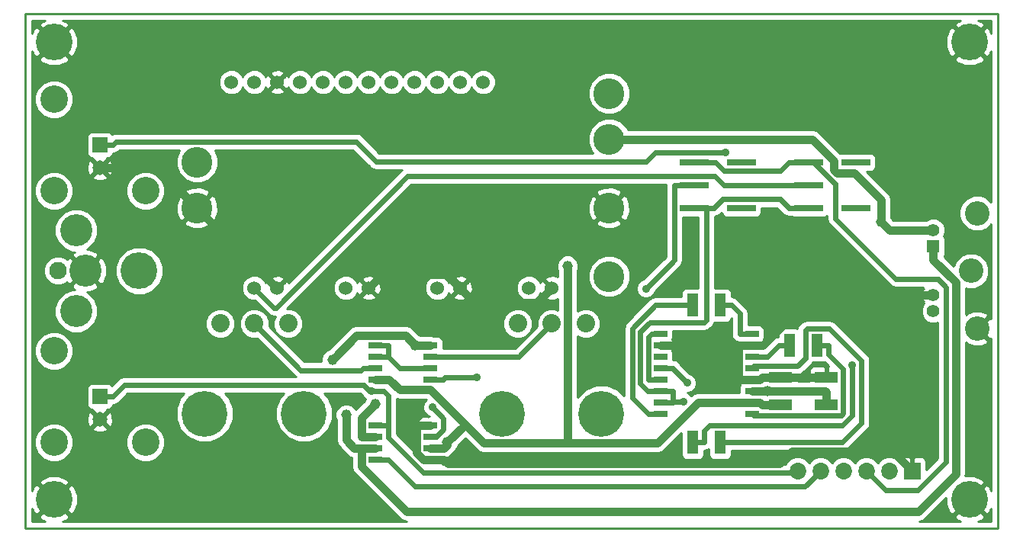
<source format=gtl>
G04 (created by PCBNEW-RS274X (2011-05-25)-stable) date Wed 30 Oct 2013 02:01:52 PM EDT*
G01*
G70*
G90*
%MOIN*%
G04 Gerber Fmt 3.4, Leading zero omitted, Abs format*
%FSLAX34Y34*%
G04 APERTURE LIST*
%ADD10C,0.006000*%
%ADD11C,0.009000*%
%ADD12C,0.107000*%
%ADD13C,0.056000*%
%ADD14R,0.056000X0.056000*%
%ADD15C,0.160000*%
%ADD16C,0.060000*%
%ADD17R,0.060000X0.025000*%
%ADD18R,0.050000X0.100000*%
%ADD19R,0.100000X0.050000*%
%ADD20C,0.200000*%
%ADD21C,0.080000*%
%ADD22C,0.076000*%
%ADD23C,0.140000*%
%ADD24C,0.120000*%
%ADD25R,0.065000X0.065000*%
%ADD26C,0.065000*%
%ADD27C,0.135000*%
%ADD28R,0.125000X0.030000*%
%ADD29C,0.073000*%
%ADD30R,0.073000X0.073000*%
%ADD31C,0.046000*%
%ADD32C,0.035000*%
%ADD33C,0.036000*%
%ADD34C,0.024000*%
%ADD35C,0.010000*%
G04 APERTURE END LIST*
G54D10*
G54D11*
X29500Y-30500D02*
X29500Y-53000D01*
X72000Y-30500D02*
X29500Y-30500D01*
X72000Y-53000D02*
X72000Y-30500D01*
X29500Y-53000D02*
X72000Y-53000D01*
G54D12*
X71090Y-44270D03*
X71090Y-39230D03*
G54D13*
X69170Y-43520D03*
X69170Y-39980D03*
X69170Y-42815D03*
G54D14*
X69170Y-40685D03*
G54D12*
X70820Y-41750D03*
G54D15*
X30750Y-51750D03*
X70750Y-31750D03*
X30750Y-31750D03*
X70750Y-51750D03*
G54D16*
X44500Y-42500D03*
X43500Y-42500D03*
X40500Y-42500D03*
X39500Y-42500D03*
X47500Y-42500D03*
X48500Y-42500D03*
X51500Y-42500D03*
X52500Y-42500D03*
X38500Y-33500D03*
X39500Y-33500D03*
X40500Y-33500D03*
X41500Y-33500D03*
X42500Y-33500D03*
X43500Y-33500D03*
X44500Y-33500D03*
X45500Y-33500D03*
X46500Y-33500D03*
X47500Y-33500D03*
X48500Y-33500D03*
X49500Y-33500D03*
G54D17*
X57250Y-44500D03*
X57250Y-45000D03*
X57250Y-45500D03*
X57250Y-46000D03*
X57250Y-46500D03*
X57250Y-47000D03*
X57250Y-47500D03*
X57250Y-48000D03*
X61250Y-48000D03*
X61250Y-47500D03*
X61250Y-47000D03*
X61250Y-46500D03*
X61250Y-46000D03*
X61250Y-45500D03*
X61250Y-45000D03*
X61250Y-44500D03*
G54D18*
X59850Y-43250D03*
X58650Y-43250D03*
X64100Y-45000D03*
X62900Y-45000D03*
X59850Y-49250D03*
X58650Y-49250D03*
G54D19*
X64500Y-47600D03*
X64500Y-46400D03*
X62500Y-47600D03*
X62500Y-46400D03*
G54D20*
X41670Y-48000D03*
X37330Y-48000D03*
G54D21*
X39500Y-44060D03*
X40980Y-44060D03*
X38020Y-44060D03*
G54D20*
X54670Y-48000D03*
X50330Y-48000D03*
G54D21*
X52500Y-44060D03*
X53980Y-44060D03*
X51020Y-44060D03*
G54D22*
X30930Y-41750D03*
G54D23*
X32110Y-41750D03*
G54D15*
X34470Y-41750D03*
G54D23*
X31720Y-39980D03*
X31720Y-43520D03*
G54D24*
X30750Y-38250D03*
X30750Y-34250D03*
G54D25*
X32750Y-36250D03*
G54D26*
X32750Y-37250D03*
G54D24*
X34750Y-38250D03*
X30750Y-49250D03*
X30750Y-45250D03*
G54D25*
X32750Y-47250D03*
G54D26*
X32750Y-48250D03*
G54D24*
X34750Y-49250D03*
G54D27*
X37000Y-39000D03*
X37000Y-37000D03*
X55000Y-34000D03*
X55000Y-36000D03*
X55000Y-39000D03*
X55000Y-42000D03*
G54D17*
X44800Y-45000D03*
X44800Y-45500D03*
X44800Y-46000D03*
X44800Y-46500D03*
X47200Y-46500D03*
X47200Y-46000D03*
X47200Y-45500D03*
X47200Y-45000D03*
X44800Y-48500D03*
X44800Y-49000D03*
X44800Y-49500D03*
X44800Y-50000D03*
X47200Y-50000D03*
X47200Y-49500D03*
X47200Y-49000D03*
X47200Y-48500D03*
G54D28*
X63720Y-39000D03*
X63720Y-38000D03*
X63720Y-37000D03*
X65780Y-39000D03*
X65780Y-37000D03*
X58720Y-39000D03*
X58720Y-38000D03*
X58720Y-37000D03*
X60780Y-39000D03*
X60780Y-37000D03*
G54D29*
X67250Y-50500D03*
X66250Y-50500D03*
G54D30*
X68250Y-50500D03*
G54D29*
X65250Y-50500D03*
X64250Y-50500D03*
X63250Y-50500D03*
G54D31*
X44788Y-47582D03*
X53187Y-41534D03*
X66888Y-39618D03*
X47934Y-49250D03*
G54D32*
X60096Y-36566D03*
X58265Y-47481D03*
X65633Y-45883D03*
X44639Y-47000D03*
X56612Y-42527D03*
X47281Y-47715D03*
X58411Y-46656D03*
X49208Y-46402D03*
G54D31*
X46539Y-45000D03*
X42908Y-45641D03*
X43514Y-48055D03*
X61913Y-47003D03*
G54D33*
X44200Y-48170D02*
X44788Y-47582D01*
X44200Y-49000D02*
X44200Y-48170D01*
X44800Y-49000D02*
X44200Y-49000D01*
X44800Y-46500D02*
X45400Y-46500D01*
X61600Y-47500D02*
X61700Y-47600D01*
X61250Y-47500D02*
X61600Y-47500D01*
X62500Y-47600D02*
X61700Y-47600D01*
X61250Y-47500D02*
X60650Y-47500D01*
X67250Y-39980D02*
X66888Y-39618D01*
X69170Y-39980D02*
X67250Y-39980D01*
X63895Y-36000D02*
X55000Y-36000D01*
X64837Y-36942D02*
X63895Y-36000D01*
X64837Y-37330D02*
X64837Y-36942D01*
X64972Y-37465D02*
X64837Y-37330D01*
X65709Y-37465D02*
X64972Y-37465D01*
X66888Y-38644D02*
X65709Y-37465D01*
X66888Y-39618D02*
X66888Y-38644D01*
X53187Y-41534D02*
X53187Y-49284D01*
X47200Y-49500D02*
X47800Y-49500D01*
X47934Y-49366D02*
X47800Y-49500D01*
X47934Y-49250D02*
X47934Y-49366D01*
X48715Y-48469D02*
X47934Y-49250D01*
X49529Y-49284D02*
X48715Y-48469D01*
X53187Y-49284D02*
X49529Y-49284D01*
X45854Y-46954D02*
X45400Y-46500D01*
X47199Y-46954D02*
X45854Y-46954D01*
X48715Y-48469D02*
X47199Y-46954D01*
X58894Y-47500D02*
X60650Y-47500D01*
X57110Y-49284D02*
X58894Y-47500D01*
X53187Y-49284D02*
X57110Y-49284D01*
G54D34*
X63935Y-37000D02*
X63720Y-37000D01*
X64888Y-37953D02*
X63935Y-37000D01*
X64888Y-39464D02*
X64888Y-37953D01*
X67539Y-42115D02*
X64888Y-39464D01*
X69374Y-42115D02*
X67539Y-42115D01*
X69726Y-42467D02*
X69374Y-42115D01*
X69726Y-50103D02*
X69726Y-42467D01*
X68480Y-51349D02*
X69726Y-50103D01*
X67099Y-51349D02*
X68480Y-51349D01*
X66250Y-50500D02*
X67099Y-51349D01*
X59661Y-37000D02*
X58720Y-37000D01*
X60035Y-37374D02*
X59661Y-37000D01*
X62481Y-37374D02*
X60035Y-37374D01*
X62855Y-37000D02*
X62481Y-37374D01*
X63720Y-37000D02*
X62855Y-37000D01*
X32750Y-36250D02*
X33315Y-36250D01*
X57015Y-36566D02*
X60096Y-36566D01*
X56616Y-36965D02*
X57015Y-36566D01*
X44817Y-36965D02*
X56616Y-36965D01*
X43951Y-36099D02*
X44817Y-36965D01*
X33466Y-36099D02*
X43951Y-36099D01*
X33315Y-36250D02*
X33466Y-36099D01*
X62481Y-38626D02*
X62855Y-39000D01*
X59959Y-38626D02*
X62481Y-38626D01*
X59585Y-39000D02*
X59959Y-38626D01*
X63720Y-39000D02*
X62855Y-39000D01*
X58720Y-39000D02*
X59250Y-39000D01*
X59250Y-39000D02*
X59585Y-39000D01*
X57250Y-47000D02*
X57790Y-47000D01*
X57250Y-47500D02*
X57790Y-47500D01*
X58265Y-47481D02*
X57790Y-47481D01*
X57790Y-47500D02*
X57790Y-47481D01*
X57790Y-47481D02*
X57790Y-47000D01*
X59250Y-43905D02*
X59250Y-39000D01*
X59161Y-43994D02*
X59250Y-43905D01*
X56778Y-43994D02*
X59161Y-43994D01*
X56367Y-44405D02*
X56778Y-43994D01*
X56367Y-46678D02*
X56367Y-44405D01*
X56689Y-47000D02*
X56367Y-46678D01*
X57250Y-47000D02*
X56689Y-47000D01*
X58650Y-49250D02*
X59140Y-49250D01*
X65633Y-48087D02*
X65633Y-45883D01*
X65194Y-48526D02*
X65633Y-48087D01*
X59374Y-48526D02*
X65194Y-48526D01*
X59140Y-48760D02*
X59374Y-48526D01*
X59140Y-49250D02*
X59140Y-48760D01*
X56868Y-44500D02*
X57250Y-44500D01*
X56710Y-44658D02*
X56868Y-44500D01*
X56710Y-46500D02*
X56710Y-44658D01*
X57250Y-46500D02*
X56710Y-46500D01*
X51060Y-45500D02*
X47740Y-45500D01*
X52500Y-44060D02*
X51060Y-45500D01*
X47200Y-45500D02*
X47740Y-45500D01*
X46531Y-51191D02*
X45340Y-50000D01*
X63559Y-51191D02*
X46531Y-51191D01*
X64250Y-50500D02*
X63559Y-51191D01*
X44800Y-50000D02*
X45340Y-50000D01*
X44800Y-48500D02*
X45340Y-48500D01*
X45340Y-49036D02*
X45340Y-48500D01*
X46876Y-50572D02*
X45340Y-49036D01*
X63178Y-50572D02*
X46876Y-50572D01*
X63250Y-50500D02*
X63178Y-50572D01*
X32750Y-47250D02*
X33315Y-47250D01*
X45140Y-47000D02*
X44639Y-47000D01*
X45340Y-47200D02*
X45140Y-47000D01*
X45340Y-48500D02*
X45340Y-47200D01*
X33811Y-46754D02*
X33315Y-47250D01*
X44279Y-46754D02*
X33811Y-46754D01*
X44525Y-47000D02*
X44279Y-46754D01*
X44639Y-47000D02*
X44525Y-47000D01*
G54D33*
X62500Y-46400D02*
X64500Y-46400D01*
X45084Y-41916D02*
X44500Y-42500D01*
X47916Y-41916D02*
X45084Y-41916D01*
X48500Y-42500D02*
X47916Y-41916D01*
X49127Y-43127D02*
X48500Y-42500D01*
X51873Y-43127D02*
X49127Y-43127D01*
X52500Y-42500D02*
X51873Y-43127D01*
X35250Y-37250D02*
X32750Y-37250D01*
X37000Y-39000D02*
X35250Y-37250D01*
X40500Y-42500D02*
X37000Y-39000D01*
X61250Y-45000D02*
X60950Y-45000D01*
X60950Y-45000D02*
X60650Y-45000D01*
X60650Y-45000D02*
X57250Y-45000D01*
X61600Y-46500D02*
X61700Y-46400D01*
X61250Y-46500D02*
X61600Y-46500D01*
X62500Y-46400D02*
X61700Y-46400D01*
X47200Y-50000D02*
X47800Y-50000D01*
X61734Y-45000D02*
X61250Y-45000D01*
X63919Y-42815D02*
X61734Y-45000D01*
X69170Y-42815D02*
X63919Y-42815D01*
X46600Y-49725D02*
X46600Y-48500D01*
X46875Y-50000D02*
X46600Y-49725D01*
X47200Y-50000D02*
X46875Y-50000D01*
X47200Y-48500D02*
X46600Y-48500D01*
X67404Y-49654D02*
X68250Y-50500D01*
X62981Y-49654D02*
X67404Y-49654D01*
X62466Y-50169D02*
X62981Y-49654D01*
X47969Y-50169D02*
X62466Y-50169D01*
X47800Y-50000D02*
X47969Y-50169D01*
X60650Y-46500D02*
X60650Y-45000D01*
X61250Y-46500D02*
X60650Y-46500D01*
G54D34*
X58720Y-38000D02*
X57855Y-38000D01*
X57855Y-41284D02*
X56612Y-42527D01*
X57855Y-38000D02*
X57855Y-41284D01*
X47462Y-49000D02*
X47200Y-49000D01*
X47771Y-48691D02*
X47462Y-49000D01*
X47771Y-48205D02*
X47771Y-48691D01*
X47281Y-47715D02*
X47771Y-48205D01*
X57250Y-48000D02*
X56710Y-48000D01*
X57036Y-43250D02*
X58650Y-43250D01*
X56024Y-44262D02*
X57036Y-43250D01*
X56024Y-47314D02*
X56024Y-44262D01*
X56710Y-48000D02*
X56024Y-47314D01*
X64100Y-45000D02*
X64590Y-45000D01*
X61324Y-48074D02*
X61250Y-48000D01*
X65155Y-48074D02*
X61324Y-48074D01*
X65236Y-47993D02*
X65155Y-48074D01*
X65236Y-46050D02*
X65236Y-47993D01*
X64590Y-45404D02*
X65236Y-46050D01*
X64590Y-45000D02*
X64590Y-45404D01*
X62900Y-45000D02*
X62410Y-45000D01*
X61910Y-45500D02*
X61250Y-45500D01*
X62410Y-45000D02*
X61910Y-45500D01*
X57790Y-46035D02*
X58411Y-46656D01*
X57790Y-46000D02*
X57790Y-46035D01*
X57250Y-46000D02*
X57790Y-46000D01*
X60710Y-43620D02*
X60340Y-43250D01*
X60710Y-44500D02*
X60710Y-43620D01*
X61250Y-44500D02*
X60710Y-44500D01*
X59850Y-43250D02*
X60340Y-43250D01*
X61324Y-45926D02*
X61250Y-46000D01*
X63224Y-45926D02*
X61324Y-45926D01*
X63581Y-45569D02*
X63224Y-45926D01*
X63581Y-44345D02*
X63581Y-45569D01*
X63650Y-44276D02*
X63581Y-44345D01*
X64622Y-44276D02*
X63650Y-44276D01*
X66032Y-45686D02*
X64622Y-44276D01*
X66032Y-48417D02*
X66032Y-45686D01*
X65199Y-49250D02*
X66032Y-48417D01*
X59850Y-49250D02*
X65199Y-49250D01*
X44800Y-45000D02*
X45340Y-45000D01*
X44800Y-45500D02*
X45340Y-45500D01*
X45340Y-45500D02*
X45340Y-45000D01*
X45840Y-46000D02*
X45340Y-45500D01*
X47200Y-46000D02*
X45840Y-46000D01*
X44166Y-46094D02*
X44260Y-46000D01*
X41534Y-46094D02*
X44166Y-46094D01*
X39500Y-44060D02*
X41534Y-46094D01*
X44800Y-46000D02*
X44260Y-46000D01*
X63720Y-38000D02*
X62855Y-38000D01*
X60007Y-38000D02*
X62855Y-38000D01*
X59616Y-37609D02*
X60007Y-38000D01*
X46195Y-37609D02*
X59616Y-37609D01*
X40442Y-43362D02*
X46195Y-37609D01*
X40362Y-43362D02*
X40442Y-43362D01*
X39500Y-42500D02*
X40362Y-43362D01*
X47200Y-46500D02*
X47740Y-46500D01*
X47838Y-46402D02*
X49208Y-46402D01*
X47740Y-46500D02*
X47838Y-46402D01*
G54D33*
X64500Y-47600D02*
X64500Y-47050D01*
X64450Y-47000D02*
X61850Y-47000D01*
X64500Y-47050D02*
X64450Y-47000D01*
X47200Y-45000D02*
X46725Y-45000D01*
X46725Y-45000D02*
X46539Y-45000D01*
X69170Y-40685D02*
X69170Y-41265D01*
X44800Y-49500D02*
X44201Y-49500D01*
X46127Y-44588D02*
X46539Y-45000D01*
X43961Y-44588D02*
X46127Y-44588D01*
X42908Y-45641D02*
X43961Y-44588D01*
X44201Y-50310D02*
X44201Y-49500D01*
X46172Y-52281D02*
X44201Y-50310D01*
X68515Y-52281D02*
X46172Y-52281D01*
X70150Y-50646D02*
X68515Y-52281D01*
X70150Y-42245D02*
X70150Y-50646D01*
X69170Y-41265D02*
X70150Y-42245D01*
X43514Y-49151D02*
X43514Y-48055D01*
X43863Y-49500D02*
X43514Y-49151D01*
X44201Y-49500D02*
X43863Y-49500D01*
X61853Y-47003D02*
X61850Y-47000D01*
X61913Y-47003D02*
X61853Y-47003D01*
X61250Y-47000D02*
X61850Y-47000D01*
G54D10*
G36*
X47250Y-48550D02*
X47150Y-48550D01*
X47100Y-48550D01*
X46712Y-48550D01*
X46651Y-48611D01*
X46651Y-48675D01*
X46682Y-48750D01*
X46651Y-48825D01*
X46651Y-48924D01*
X46651Y-49174D01*
X46682Y-49249D01*
X46651Y-49325D01*
X46651Y-49424D01*
X46651Y-49674D01*
X46682Y-49749D01*
X46651Y-49824D01*
X45710Y-48882D01*
X45710Y-48500D01*
X45710Y-47355D01*
X45854Y-47384D01*
X47011Y-47384D01*
X46921Y-47474D01*
X46856Y-47630D01*
X46856Y-47799D01*
X46920Y-47955D01*
X47040Y-48075D01*
X47160Y-48125D01*
X47100Y-48125D01*
X47100Y-48137D01*
X47088Y-48125D01*
X46851Y-48126D01*
X46759Y-48164D01*
X46689Y-48234D01*
X46651Y-48325D01*
X46651Y-48389D01*
X46712Y-48450D01*
X47100Y-48450D01*
X47150Y-48450D01*
X47250Y-48450D01*
X47250Y-48550D01*
X47250Y-48550D01*
G37*
G54D35*
X47250Y-48550D02*
X47150Y-48550D01*
X47100Y-48550D01*
X46712Y-48550D01*
X46651Y-48611D01*
X46651Y-48675D01*
X46682Y-48750D01*
X46651Y-48825D01*
X46651Y-48924D01*
X46651Y-49174D01*
X46682Y-49249D01*
X46651Y-49325D01*
X46651Y-49424D01*
X46651Y-49674D01*
X46682Y-49749D01*
X46651Y-49824D01*
X45710Y-48882D01*
X45710Y-48500D01*
X45710Y-47355D01*
X45854Y-47384D01*
X47011Y-47384D01*
X46921Y-47474D01*
X46856Y-47630D01*
X46856Y-47799D01*
X46920Y-47955D01*
X47040Y-48075D01*
X47160Y-48125D01*
X47100Y-48125D01*
X47100Y-48137D01*
X47088Y-48125D01*
X46851Y-48126D01*
X46759Y-48164D01*
X46689Y-48234D01*
X46651Y-48325D01*
X46651Y-48389D01*
X46712Y-48450D01*
X47100Y-48450D01*
X47150Y-48450D01*
X47250Y-48450D01*
X47250Y-48550D01*
G54D10*
G36*
X64587Y-45924D02*
X64550Y-45962D01*
X64550Y-46300D01*
X64550Y-46350D01*
X64550Y-46450D01*
X64450Y-46450D01*
X64450Y-46350D01*
X64450Y-45962D01*
X64388Y-45900D01*
X64049Y-45901D01*
X63950Y-45901D01*
X63859Y-45939D01*
X63789Y-46009D01*
X63751Y-46101D01*
X63750Y-46288D01*
X63812Y-46350D01*
X64450Y-46350D01*
X64450Y-46450D01*
X64400Y-46450D01*
X63812Y-46450D01*
X63750Y-46512D01*
X63750Y-46570D01*
X63249Y-46570D01*
X63250Y-46512D01*
X63188Y-46450D01*
X62600Y-46450D01*
X62550Y-46450D01*
X62450Y-46450D01*
X62450Y-46350D01*
X62550Y-46350D01*
X62600Y-46350D01*
X63188Y-46350D01*
X63245Y-46292D01*
X63341Y-46272D01*
X63365Y-46268D01*
X63366Y-46268D01*
X63486Y-46188D01*
X63840Y-45832D01*
X63842Y-45831D01*
X63843Y-45831D01*
X63897Y-45749D01*
X63899Y-45749D01*
X64399Y-45749D01*
X64407Y-45745D01*
X64587Y-45924D01*
X64587Y-45924D01*
G37*
G54D35*
X64587Y-45924D02*
X64550Y-45962D01*
X64550Y-46300D01*
X64550Y-46350D01*
X64550Y-46450D01*
X64450Y-46450D01*
X64450Y-46350D01*
X64450Y-45962D01*
X64388Y-45900D01*
X64049Y-45901D01*
X63950Y-45901D01*
X63859Y-45939D01*
X63789Y-46009D01*
X63751Y-46101D01*
X63750Y-46288D01*
X63812Y-46350D01*
X64450Y-46350D01*
X64450Y-46450D01*
X64400Y-46450D01*
X63812Y-46450D01*
X63750Y-46512D01*
X63750Y-46570D01*
X63249Y-46570D01*
X63250Y-46512D01*
X63188Y-46450D01*
X62600Y-46450D01*
X62550Y-46450D01*
X62450Y-46450D01*
X62450Y-46350D01*
X62550Y-46350D01*
X62600Y-46350D01*
X63188Y-46350D01*
X63245Y-46292D01*
X63341Y-46272D01*
X63365Y-46268D01*
X63366Y-46268D01*
X63486Y-46188D01*
X63840Y-45832D01*
X63842Y-45831D01*
X63843Y-45831D01*
X63897Y-45749D01*
X63899Y-45749D01*
X64399Y-45749D01*
X64407Y-45745D01*
X64587Y-45924D01*
G54D10*
G36*
X69241Y-42815D02*
X69170Y-42886D01*
X69099Y-42815D01*
X69170Y-42744D01*
X69241Y-42815D01*
X69241Y-42815D01*
G37*
G54D35*
X69241Y-42815D02*
X69170Y-42886D01*
X69099Y-42815D01*
X69170Y-42744D01*
X69241Y-42815D01*
G54D10*
G36*
X69356Y-49949D02*
X68865Y-50440D01*
X68865Y-50400D01*
X68853Y-50400D01*
X68865Y-50388D01*
X68864Y-50184D01*
X68864Y-50085D01*
X68826Y-49994D01*
X68756Y-49924D01*
X68664Y-49886D01*
X68362Y-49885D01*
X68300Y-49947D01*
X68300Y-50400D01*
X68300Y-50450D01*
X68300Y-50550D01*
X68200Y-50550D01*
X68200Y-50450D01*
X68200Y-50400D01*
X68200Y-49947D01*
X68138Y-49885D01*
X67836Y-49886D01*
X67744Y-49924D01*
X67674Y-49994D01*
X67656Y-50036D01*
X67599Y-49979D01*
X67373Y-49885D01*
X67128Y-49885D01*
X66902Y-49979D01*
X66749Y-50130D01*
X66599Y-49979D01*
X66373Y-49885D01*
X66128Y-49885D01*
X65902Y-49979D01*
X65749Y-50130D01*
X65599Y-49979D01*
X65373Y-49885D01*
X65128Y-49885D01*
X64902Y-49979D01*
X64749Y-50130D01*
X64599Y-49979D01*
X64373Y-49885D01*
X64128Y-49885D01*
X63902Y-49979D01*
X63749Y-50130D01*
X63599Y-49979D01*
X63373Y-49885D01*
X63128Y-49885D01*
X62902Y-49979D01*
X62729Y-50151D01*
X62707Y-50202D01*
X47737Y-50202D01*
X47749Y-50175D01*
X47749Y-50111D01*
X47688Y-50050D01*
X47300Y-50050D01*
X47250Y-50050D01*
X47150Y-50050D01*
X47150Y-49950D01*
X47250Y-49950D01*
X47300Y-49950D01*
X47688Y-49950D01*
X47708Y-49930D01*
X47800Y-49930D01*
X47964Y-49897D01*
X47965Y-49897D01*
X48104Y-49804D01*
X48238Y-49670D01*
X48327Y-49535D01*
X48329Y-49533D01*
X48331Y-49531D01*
X48331Y-49530D01*
X48341Y-49522D01*
X48391Y-49400D01*
X48715Y-49077D01*
X49222Y-49584D01*
X49225Y-49588D01*
X49364Y-49681D01*
X49529Y-49714D01*
X53187Y-49714D01*
X57110Y-49714D01*
X57274Y-49681D01*
X57275Y-49681D01*
X57414Y-49588D01*
X58151Y-48851D01*
X58151Y-49799D01*
X58189Y-49891D01*
X58259Y-49961D01*
X58350Y-49999D01*
X58449Y-49999D01*
X58949Y-49999D01*
X59041Y-49961D01*
X59111Y-49891D01*
X59149Y-49800D01*
X59149Y-49701D01*
X59149Y-49618D01*
X59282Y-49592D01*
X59351Y-49546D01*
X59351Y-49799D01*
X59389Y-49891D01*
X59459Y-49961D01*
X59550Y-49999D01*
X59649Y-49999D01*
X60149Y-49999D01*
X60241Y-49961D01*
X60311Y-49891D01*
X60349Y-49800D01*
X60349Y-49701D01*
X60349Y-49620D01*
X65194Y-49620D01*
X65199Y-49621D01*
X65199Y-49620D01*
X65316Y-49596D01*
X65340Y-49592D01*
X65341Y-49592D01*
X65461Y-49512D01*
X66294Y-48679D01*
X66374Y-48559D01*
X66374Y-48558D01*
X66402Y-48417D01*
X66402Y-45686D01*
X66374Y-45545D01*
X66374Y-45544D01*
X66294Y-45424D01*
X64884Y-44014D01*
X64764Y-43934D01*
X64739Y-43929D01*
X64622Y-43905D01*
X64617Y-43906D01*
X63650Y-43906D01*
X63508Y-43934D01*
X63388Y-44014D01*
X63386Y-44016D01*
X63319Y-44083D01*
X63239Y-44203D01*
X63234Y-44227D01*
X63227Y-44262D01*
X63200Y-44251D01*
X63101Y-44251D01*
X62601Y-44251D01*
X62509Y-44289D01*
X62439Y-44359D01*
X62401Y-44450D01*
X62401Y-44549D01*
X62401Y-44631D01*
X62268Y-44658D01*
X62148Y-44738D01*
X61799Y-45086D01*
X61799Y-45087D01*
X61787Y-45099D01*
X61738Y-45050D01*
X61350Y-45050D01*
X61300Y-45050D01*
X61200Y-45050D01*
X61150Y-45050D01*
X60762Y-45050D01*
X60701Y-45111D01*
X60701Y-45175D01*
X60732Y-45250D01*
X60701Y-45325D01*
X60701Y-45424D01*
X60701Y-45674D01*
X60732Y-45749D01*
X60701Y-45825D01*
X60701Y-45924D01*
X60701Y-46174D01*
X60732Y-46249D01*
X60701Y-46325D01*
X60701Y-46389D01*
X60762Y-46450D01*
X61150Y-46450D01*
X61200Y-46450D01*
X61300Y-46450D01*
X61300Y-46550D01*
X61200Y-46550D01*
X61150Y-46550D01*
X60762Y-46550D01*
X60701Y-46611D01*
X60701Y-46675D01*
X60732Y-46750D01*
X60701Y-46825D01*
X60701Y-46924D01*
X60701Y-47070D01*
X60650Y-47070D01*
X58894Y-47070D01*
X58729Y-47103D01*
X58590Y-47196D01*
X58589Y-47196D01*
X58589Y-47197D01*
X58585Y-47200D01*
X58506Y-47121D01*
X58410Y-47081D01*
X58495Y-47081D01*
X58651Y-47017D01*
X58771Y-46897D01*
X58836Y-46741D01*
X58836Y-46572D01*
X58772Y-46416D01*
X58652Y-46296D01*
X58518Y-46240D01*
X58122Y-45843D01*
X58052Y-45738D01*
X57932Y-45658D01*
X57799Y-45631D01*
X57799Y-45576D01*
X57799Y-45326D01*
X57767Y-45250D01*
X57799Y-45175D01*
X57799Y-45111D01*
X57738Y-45050D01*
X57350Y-45050D01*
X57300Y-45050D01*
X57200Y-45050D01*
X57200Y-44950D01*
X57300Y-44950D01*
X57350Y-44950D01*
X57738Y-44950D01*
X57799Y-44889D01*
X57799Y-44825D01*
X57767Y-44750D01*
X57799Y-44675D01*
X57799Y-44576D01*
X57799Y-44364D01*
X59156Y-44364D01*
X59161Y-44365D01*
X59161Y-44364D01*
X59278Y-44340D01*
X59302Y-44336D01*
X59303Y-44336D01*
X59423Y-44256D01*
X59509Y-44168D01*
X59511Y-44167D01*
X59512Y-44167D01*
X59592Y-44047D01*
X59601Y-43999D01*
X59649Y-43999D01*
X60149Y-43999D01*
X60241Y-43961D01*
X60311Y-43891D01*
X60340Y-43821D01*
X60340Y-44500D01*
X60368Y-44642D01*
X60448Y-44762D01*
X60568Y-44842D01*
X60701Y-44868D01*
X60701Y-44889D01*
X60762Y-44950D01*
X61150Y-44950D01*
X61200Y-44950D01*
X61300Y-44950D01*
X61350Y-44950D01*
X61738Y-44950D01*
X61799Y-44889D01*
X61799Y-44825D01*
X61767Y-44750D01*
X61799Y-44675D01*
X61799Y-44576D01*
X61799Y-44326D01*
X61761Y-44234D01*
X61691Y-44164D01*
X61600Y-44126D01*
X61501Y-44126D01*
X61080Y-44126D01*
X61080Y-43620D01*
X61052Y-43478D01*
X60972Y-43358D01*
X60969Y-43356D01*
X60602Y-42988D01*
X60482Y-42908D01*
X60457Y-42903D01*
X60349Y-42881D01*
X60349Y-42880D01*
X60349Y-42701D01*
X60311Y-42609D01*
X60241Y-42539D01*
X60150Y-42501D01*
X60051Y-42501D01*
X59620Y-42501D01*
X59620Y-39363D01*
X59702Y-39346D01*
X59726Y-39342D01*
X59727Y-39342D01*
X59847Y-39262D01*
X59907Y-39201D01*
X59944Y-39291D01*
X60014Y-39361D01*
X60105Y-39399D01*
X60204Y-39399D01*
X61454Y-39399D01*
X61546Y-39361D01*
X61616Y-39291D01*
X61654Y-39200D01*
X61654Y-39101D01*
X61654Y-38996D01*
X62327Y-38996D01*
X62591Y-39259D01*
X62593Y-39262D01*
X62713Y-39342D01*
X62854Y-39370D01*
X62854Y-39369D01*
X62855Y-39370D01*
X62975Y-39370D01*
X63045Y-39399D01*
X63144Y-39399D01*
X64394Y-39399D01*
X64486Y-39361D01*
X64518Y-39329D01*
X64518Y-39459D01*
X64517Y-39464D01*
X64541Y-39581D01*
X64546Y-39606D01*
X64626Y-39726D01*
X67277Y-42377D01*
X67397Y-42457D01*
X67398Y-42457D01*
X67539Y-42485D01*
X68738Y-42485D01*
X68718Y-42505D01*
X68749Y-42536D01*
X68714Y-42546D01*
X68646Y-42741D01*
X68657Y-42947D01*
X68714Y-43084D01*
X68749Y-43093D01*
X68718Y-43125D01*
X68766Y-43173D01*
X68721Y-43219D01*
X68640Y-43414D01*
X68640Y-43625D01*
X68721Y-43820D01*
X68869Y-43969D01*
X69064Y-44050D01*
X69275Y-44050D01*
X69356Y-44016D01*
X69356Y-49949D01*
X69356Y-49949D01*
G37*
G54D35*
X69356Y-49949D02*
X68865Y-50440D01*
X68865Y-50400D01*
X68853Y-50400D01*
X68865Y-50388D01*
X68864Y-50184D01*
X68864Y-50085D01*
X68826Y-49994D01*
X68756Y-49924D01*
X68664Y-49886D01*
X68362Y-49885D01*
X68300Y-49947D01*
X68300Y-50400D01*
X68300Y-50450D01*
X68300Y-50550D01*
X68200Y-50550D01*
X68200Y-50450D01*
X68200Y-50400D01*
X68200Y-49947D01*
X68138Y-49885D01*
X67836Y-49886D01*
X67744Y-49924D01*
X67674Y-49994D01*
X67656Y-50036D01*
X67599Y-49979D01*
X67373Y-49885D01*
X67128Y-49885D01*
X66902Y-49979D01*
X66749Y-50130D01*
X66599Y-49979D01*
X66373Y-49885D01*
X66128Y-49885D01*
X65902Y-49979D01*
X65749Y-50130D01*
X65599Y-49979D01*
X65373Y-49885D01*
X65128Y-49885D01*
X64902Y-49979D01*
X64749Y-50130D01*
X64599Y-49979D01*
X64373Y-49885D01*
X64128Y-49885D01*
X63902Y-49979D01*
X63749Y-50130D01*
X63599Y-49979D01*
X63373Y-49885D01*
X63128Y-49885D01*
X62902Y-49979D01*
X62729Y-50151D01*
X62707Y-50202D01*
X47737Y-50202D01*
X47749Y-50175D01*
X47749Y-50111D01*
X47688Y-50050D01*
X47300Y-50050D01*
X47250Y-50050D01*
X47150Y-50050D01*
X47150Y-49950D01*
X47250Y-49950D01*
X47300Y-49950D01*
X47688Y-49950D01*
X47708Y-49930D01*
X47800Y-49930D01*
X47964Y-49897D01*
X47965Y-49897D01*
X48104Y-49804D01*
X48238Y-49670D01*
X48327Y-49535D01*
X48329Y-49533D01*
X48331Y-49531D01*
X48331Y-49530D01*
X48341Y-49522D01*
X48391Y-49400D01*
X48715Y-49077D01*
X49222Y-49584D01*
X49225Y-49588D01*
X49364Y-49681D01*
X49529Y-49714D01*
X53187Y-49714D01*
X57110Y-49714D01*
X57274Y-49681D01*
X57275Y-49681D01*
X57414Y-49588D01*
X58151Y-48851D01*
X58151Y-49799D01*
X58189Y-49891D01*
X58259Y-49961D01*
X58350Y-49999D01*
X58449Y-49999D01*
X58949Y-49999D01*
X59041Y-49961D01*
X59111Y-49891D01*
X59149Y-49800D01*
X59149Y-49701D01*
X59149Y-49618D01*
X59282Y-49592D01*
X59351Y-49546D01*
X59351Y-49799D01*
X59389Y-49891D01*
X59459Y-49961D01*
X59550Y-49999D01*
X59649Y-49999D01*
X60149Y-49999D01*
X60241Y-49961D01*
X60311Y-49891D01*
X60349Y-49800D01*
X60349Y-49701D01*
X60349Y-49620D01*
X65194Y-49620D01*
X65199Y-49621D01*
X65199Y-49620D01*
X65316Y-49596D01*
X65340Y-49592D01*
X65341Y-49592D01*
X65461Y-49512D01*
X66294Y-48679D01*
X66374Y-48559D01*
X66374Y-48558D01*
X66402Y-48417D01*
X66402Y-45686D01*
X66374Y-45545D01*
X66374Y-45544D01*
X66294Y-45424D01*
X64884Y-44014D01*
X64764Y-43934D01*
X64739Y-43929D01*
X64622Y-43905D01*
X64617Y-43906D01*
X63650Y-43906D01*
X63508Y-43934D01*
X63388Y-44014D01*
X63386Y-44016D01*
X63319Y-44083D01*
X63239Y-44203D01*
X63234Y-44227D01*
X63227Y-44262D01*
X63200Y-44251D01*
X63101Y-44251D01*
X62601Y-44251D01*
X62509Y-44289D01*
X62439Y-44359D01*
X62401Y-44450D01*
X62401Y-44549D01*
X62401Y-44631D01*
X62268Y-44658D01*
X62148Y-44738D01*
X61799Y-45086D01*
X61799Y-45087D01*
X61787Y-45099D01*
X61738Y-45050D01*
X61350Y-45050D01*
X61300Y-45050D01*
X61200Y-45050D01*
X61150Y-45050D01*
X60762Y-45050D01*
X60701Y-45111D01*
X60701Y-45175D01*
X60732Y-45250D01*
X60701Y-45325D01*
X60701Y-45424D01*
X60701Y-45674D01*
X60732Y-45749D01*
X60701Y-45825D01*
X60701Y-45924D01*
X60701Y-46174D01*
X60732Y-46249D01*
X60701Y-46325D01*
X60701Y-46389D01*
X60762Y-46450D01*
X61150Y-46450D01*
X61200Y-46450D01*
X61300Y-46450D01*
X61300Y-46550D01*
X61200Y-46550D01*
X61150Y-46550D01*
X60762Y-46550D01*
X60701Y-46611D01*
X60701Y-46675D01*
X60732Y-46750D01*
X60701Y-46825D01*
X60701Y-46924D01*
X60701Y-47070D01*
X60650Y-47070D01*
X58894Y-47070D01*
X58729Y-47103D01*
X58590Y-47196D01*
X58589Y-47196D01*
X58589Y-47197D01*
X58585Y-47200D01*
X58506Y-47121D01*
X58410Y-47081D01*
X58495Y-47081D01*
X58651Y-47017D01*
X58771Y-46897D01*
X58836Y-46741D01*
X58836Y-46572D01*
X58772Y-46416D01*
X58652Y-46296D01*
X58518Y-46240D01*
X58122Y-45843D01*
X58052Y-45738D01*
X57932Y-45658D01*
X57799Y-45631D01*
X57799Y-45576D01*
X57799Y-45326D01*
X57767Y-45250D01*
X57799Y-45175D01*
X57799Y-45111D01*
X57738Y-45050D01*
X57350Y-45050D01*
X57300Y-45050D01*
X57200Y-45050D01*
X57200Y-44950D01*
X57300Y-44950D01*
X57350Y-44950D01*
X57738Y-44950D01*
X57799Y-44889D01*
X57799Y-44825D01*
X57767Y-44750D01*
X57799Y-44675D01*
X57799Y-44576D01*
X57799Y-44364D01*
X59156Y-44364D01*
X59161Y-44365D01*
X59161Y-44364D01*
X59278Y-44340D01*
X59302Y-44336D01*
X59303Y-44336D01*
X59423Y-44256D01*
X59509Y-44168D01*
X59511Y-44167D01*
X59512Y-44167D01*
X59592Y-44047D01*
X59601Y-43999D01*
X59649Y-43999D01*
X60149Y-43999D01*
X60241Y-43961D01*
X60311Y-43891D01*
X60340Y-43821D01*
X60340Y-44500D01*
X60368Y-44642D01*
X60448Y-44762D01*
X60568Y-44842D01*
X60701Y-44868D01*
X60701Y-44889D01*
X60762Y-44950D01*
X61150Y-44950D01*
X61200Y-44950D01*
X61300Y-44950D01*
X61350Y-44950D01*
X61738Y-44950D01*
X61799Y-44889D01*
X61799Y-44825D01*
X61767Y-44750D01*
X61799Y-44675D01*
X61799Y-44576D01*
X61799Y-44326D01*
X61761Y-44234D01*
X61691Y-44164D01*
X61600Y-44126D01*
X61501Y-44126D01*
X61080Y-44126D01*
X61080Y-43620D01*
X61052Y-43478D01*
X60972Y-43358D01*
X60969Y-43356D01*
X60602Y-42988D01*
X60482Y-42908D01*
X60457Y-42903D01*
X60349Y-42881D01*
X60349Y-42880D01*
X60349Y-42701D01*
X60311Y-42609D01*
X60241Y-42539D01*
X60150Y-42501D01*
X60051Y-42501D01*
X59620Y-42501D01*
X59620Y-39363D01*
X59702Y-39346D01*
X59726Y-39342D01*
X59727Y-39342D01*
X59847Y-39262D01*
X59907Y-39201D01*
X59944Y-39291D01*
X60014Y-39361D01*
X60105Y-39399D01*
X60204Y-39399D01*
X61454Y-39399D01*
X61546Y-39361D01*
X61616Y-39291D01*
X61654Y-39200D01*
X61654Y-39101D01*
X61654Y-38996D01*
X62327Y-38996D01*
X62591Y-39259D01*
X62593Y-39262D01*
X62713Y-39342D01*
X62854Y-39370D01*
X62854Y-39369D01*
X62855Y-39370D01*
X62975Y-39370D01*
X63045Y-39399D01*
X63144Y-39399D01*
X64394Y-39399D01*
X64486Y-39361D01*
X64518Y-39329D01*
X64518Y-39459D01*
X64517Y-39464D01*
X64541Y-39581D01*
X64546Y-39606D01*
X64626Y-39726D01*
X67277Y-42377D01*
X67397Y-42457D01*
X67398Y-42457D01*
X67539Y-42485D01*
X68738Y-42485D01*
X68718Y-42505D01*
X68749Y-42536D01*
X68714Y-42546D01*
X68646Y-42741D01*
X68657Y-42947D01*
X68714Y-43084D01*
X68749Y-43093D01*
X68718Y-43125D01*
X68766Y-43173D01*
X68721Y-43219D01*
X68640Y-43414D01*
X68640Y-43625D01*
X68721Y-43820D01*
X68869Y-43969D01*
X69064Y-44050D01*
X69275Y-44050D01*
X69356Y-44016D01*
X69356Y-49949D01*
G54D10*
G36*
X71705Y-52705D02*
X71137Y-52705D01*
X71326Y-52627D01*
X71412Y-52483D01*
X70750Y-51821D01*
X70088Y-52483D01*
X70174Y-52627D01*
X70367Y-52705D01*
X68545Y-52705D01*
X68679Y-52678D01*
X68680Y-52678D01*
X68819Y-52585D01*
X69720Y-51683D01*
X69723Y-51964D01*
X69873Y-52326D01*
X70017Y-52412D01*
X70644Y-51785D01*
X70679Y-51750D01*
X70750Y-51679D01*
X70785Y-51644D01*
X71412Y-51017D01*
X71326Y-50873D01*
X70946Y-50720D01*
X70564Y-50722D01*
X70580Y-50646D01*
X70580Y-44890D01*
X70596Y-44906D01*
X70638Y-44863D01*
X70670Y-44933D01*
X70956Y-45044D01*
X71262Y-45036D01*
X71510Y-44933D01*
X71564Y-44815D01*
X71125Y-44376D01*
X71090Y-44341D01*
X71019Y-44270D01*
X71090Y-44199D01*
X71125Y-44164D01*
X71564Y-43725D01*
X71510Y-43607D01*
X71224Y-43496D01*
X70918Y-43504D01*
X70670Y-43607D01*
X70638Y-43676D01*
X70596Y-43634D01*
X70580Y-43650D01*
X70580Y-42500D01*
X70663Y-42535D01*
X70975Y-42535D01*
X71264Y-42416D01*
X71485Y-42195D01*
X71605Y-41907D01*
X71605Y-41595D01*
X71486Y-41306D01*
X71265Y-41085D01*
X70977Y-40965D01*
X70665Y-40965D01*
X70376Y-41084D01*
X70155Y-41305D01*
X70055Y-41542D01*
X69640Y-41127D01*
X69661Y-41106D01*
X69699Y-41015D01*
X69699Y-40916D01*
X69699Y-40356D01*
X69661Y-40264D01*
X69636Y-40239D01*
X69700Y-40086D01*
X69700Y-39875D01*
X69619Y-39680D01*
X69471Y-39531D01*
X69276Y-39450D01*
X69065Y-39450D01*
X68870Y-39531D01*
X68850Y-39550D01*
X67428Y-39550D01*
X67344Y-39466D01*
X67318Y-39402D01*
X67318Y-38644D01*
X67285Y-38480D01*
X67285Y-38479D01*
X67192Y-38340D01*
X66251Y-37399D01*
X66454Y-37399D01*
X66546Y-37361D01*
X66616Y-37291D01*
X66654Y-37200D01*
X66654Y-37101D01*
X66654Y-36801D01*
X66616Y-36709D01*
X66546Y-36639D01*
X66455Y-36601D01*
X66356Y-36601D01*
X65106Y-36601D01*
X65104Y-36601D01*
X64199Y-35696D01*
X64060Y-35603D01*
X63895Y-35570D01*
X55925Y-35570D01*
X55925Y-34185D01*
X55925Y-33817D01*
X55785Y-33477D01*
X55525Y-33217D01*
X55185Y-33075D01*
X54817Y-33075D01*
X54477Y-33215D01*
X54217Y-33475D01*
X54075Y-33815D01*
X54075Y-34183D01*
X54215Y-34523D01*
X54475Y-34783D01*
X54815Y-34925D01*
X55183Y-34925D01*
X55523Y-34785D01*
X55783Y-34525D01*
X55925Y-34185D01*
X55925Y-35570D01*
X55823Y-35570D01*
X55785Y-35477D01*
X55525Y-35217D01*
X55185Y-35075D01*
X54817Y-35075D01*
X54477Y-35215D01*
X54217Y-35475D01*
X54075Y-35815D01*
X54075Y-36183D01*
X54215Y-36523D01*
X54287Y-36595D01*
X50049Y-36595D01*
X50049Y-33609D01*
X50049Y-33391D01*
X49965Y-33189D01*
X49811Y-33035D01*
X49609Y-32951D01*
X49391Y-32951D01*
X49189Y-33035D01*
X49035Y-33189D01*
X49000Y-33273D01*
X48965Y-33189D01*
X48811Y-33035D01*
X48609Y-32951D01*
X48391Y-32951D01*
X48189Y-33035D01*
X48035Y-33189D01*
X48000Y-33273D01*
X47965Y-33189D01*
X47811Y-33035D01*
X47609Y-32951D01*
X47391Y-32951D01*
X47189Y-33035D01*
X47035Y-33189D01*
X47000Y-33273D01*
X46965Y-33189D01*
X46811Y-33035D01*
X46609Y-32951D01*
X46391Y-32951D01*
X46189Y-33035D01*
X46035Y-33189D01*
X46000Y-33273D01*
X45965Y-33189D01*
X45811Y-33035D01*
X45609Y-32951D01*
X45391Y-32951D01*
X45189Y-33035D01*
X45035Y-33189D01*
X45000Y-33273D01*
X44965Y-33189D01*
X44811Y-33035D01*
X44609Y-32951D01*
X44391Y-32951D01*
X44189Y-33035D01*
X44035Y-33189D01*
X44000Y-33273D01*
X43965Y-33189D01*
X43811Y-33035D01*
X43609Y-32951D01*
X43391Y-32951D01*
X43189Y-33035D01*
X43035Y-33189D01*
X43000Y-33273D01*
X42965Y-33189D01*
X42811Y-33035D01*
X42609Y-32951D01*
X42391Y-32951D01*
X42189Y-33035D01*
X42035Y-33189D01*
X42000Y-33273D01*
X41965Y-33189D01*
X41811Y-33035D01*
X41609Y-32951D01*
X41391Y-32951D01*
X41189Y-33035D01*
X41035Y-33189D01*
X40997Y-33280D01*
X40972Y-33219D01*
X40878Y-33192D01*
X40808Y-33262D01*
X40808Y-33122D01*
X40781Y-33028D01*
X40579Y-32957D01*
X40366Y-32968D01*
X40219Y-33028D01*
X40192Y-33122D01*
X40500Y-33429D01*
X40808Y-33122D01*
X40808Y-33262D01*
X40571Y-33500D01*
X40878Y-33808D01*
X40972Y-33781D01*
X40995Y-33715D01*
X41035Y-33811D01*
X41189Y-33965D01*
X41391Y-34049D01*
X41609Y-34049D01*
X41811Y-33965D01*
X41965Y-33811D01*
X42000Y-33726D01*
X42035Y-33811D01*
X42189Y-33965D01*
X42391Y-34049D01*
X42609Y-34049D01*
X42811Y-33965D01*
X42965Y-33811D01*
X43000Y-33726D01*
X43035Y-33811D01*
X43189Y-33965D01*
X43391Y-34049D01*
X43609Y-34049D01*
X43811Y-33965D01*
X43965Y-33811D01*
X44000Y-33726D01*
X44035Y-33811D01*
X44189Y-33965D01*
X44391Y-34049D01*
X44609Y-34049D01*
X44811Y-33965D01*
X44965Y-33811D01*
X45000Y-33726D01*
X45035Y-33811D01*
X45189Y-33965D01*
X45391Y-34049D01*
X45609Y-34049D01*
X45811Y-33965D01*
X45965Y-33811D01*
X46000Y-33726D01*
X46035Y-33811D01*
X46189Y-33965D01*
X46391Y-34049D01*
X46609Y-34049D01*
X46811Y-33965D01*
X46965Y-33811D01*
X47000Y-33726D01*
X47035Y-33811D01*
X47189Y-33965D01*
X47391Y-34049D01*
X47609Y-34049D01*
X47811Y-33965D01*
X47965Y-33811D01*
X48000Y-33726D01*
X48035Y-33811D01*
X48189Y-33965D01*
X48391Y-34049D01*
X48609Y-34049D01*
X48811Y-33965D01*
X48965Y-33811D01*
X49000Y-33726D01*
X49035Y-33811D01*
X49189Y-33965D01*
X49391Y-34049D01*
X49609Y-34049D01*
X49811Y-33965D01*
X49965Y-33811D01*
X50049Y-33609D01*
X50049Y-36595D01*
X44970Y-36595D01*
X44213Y-35837D01*
X44093Y-35757D01*
X44068Y-35752D01*
X43951Y-35728D01*
X43946Y-35729D01*
X40808Y-35729D01*
X40808Y-33878D01*
X40500Y-33571D01*
X40429Y-33641D01*
X40429Y-33500D01*
X40122Y-33192D01*
X40028Y-33219D01*
X40004Y-33284D01*
X39965Y-33189D01*
X39811Y-33035D01*
X39609Y-32951D01*
X39391Y-32951D01*
X39189Y-33035D01*
X39035Y-33189D01*
X39000Y-33273D01*
X38965Y-33189D01*
X38811Y-33035D01*
X38609Y-32951D01*
X38391Y-32951D01*
X38189Y-33035D01*
X38035Y-33189D01*
X37951Y-33391D01*
X37951Y-33609D01*
X38035Y-33811D01*
X38189Y-33965D01*
X38391Y-34049D01*
X38609Y-34049D01*
X38811Y-33965D01*
X38965Y-33811D01*
X39000Y-33726D01*
X39035Y-33811D01*
X39189Y-33965D01*
X39391Y-34049D01*
X39609Y-34049D01*
X39811Y-33965D01*
X39965Y-33811D01*
X40002Y-33719D01*
X40028Y-33781D01*
X40122Y-33808D01*
X40429Y-33500D01*
X40429Y-33641D01*
X40192Y-33878D01*
X40219Y-33972D01*
X40421Y-34043D01*
X40634Y-34032D01*
X40781Y-33972D01*
X40808Y-33878D01*
X40808Y-35729D01*
X33466Y-35729D01*
X33324Y-35757D01*
X33285Y-35783D01*
X33216Y-35714D01*
X33125Y-35676D01*
X33026Y-35676D01*
X32376Y-35676D01*
X32284Y-35714D01*
X32214Y-35784D01*
X32176Y-35875D01*
X32176Y-35974D01*
X32176Y-36624D01*
X32214Y-36716D01*
X32284Y-36786D01*
X32375Y-36824D01*
X32434Y-36824D01*
X32425Y-36854D01*
X32750Y-37179D01*
X33075Y-36854D01*
X33065Y-36824D01*
X33124Y-36824D01*
X33216Y-36786D01*
X33286Y-36716D01*
X33324Y-36625D01*
X33324Y-36619D01*
X33324Y-36618D01*
X33432Y-36596D01*
X33456Y-36592D01*
X33457Y-36592D01*
X33577Y-36512D01*
X33619Y-36469D01*
X36223Y-36469D01*
X36217Y-36475D01*
X36075Y-36815D01*
X36075Y-37183D01*
X36215Y-37523D01*
X36475Y-37783D01*
X36815Y-37925D01*
X37183Y-37925D01*
X37523Y-37785D01*
X37783Y-37525D01*
X37925Y-37185D01*
X37925Y-36817D01*
X37785Y-36477D01*
X37777Y-36469D01*
X43797Y-36469D01*
X44553Y-37224D01*
X44555Y-37227D01*
X44675Y-37307D01*
X44816Y-37335D01*
X44816Y-37334D01*
X44817Y-37335D01*
X45951Y-37335D01*
X45933Y-37347D01*
X45931Y-37349D01*
X40997Y-42282D01*
X40972Y-42219D01*
X40878Y-42192D01*
X40808Y-42262D01*
X40808Y-42122D01*
X40781Y-42028D01*
X40579Y-41957D01*
X40366Y-41968D01*
X40219Y-42028D01*
X40192Y-42122D01*
X40500Y-42429D01*
X40808Y-42122D01*
X40808Y-42262D01*
X40571Y-42500D01*
X40500Y-42571D01*
X40429Y-42500D01*
X40394Y-42465D01*
X40122Y-42192D01*
X40028Y-42219D01*
X40004Y-42284D01*
X39965Y-42189D01*
X39811Y-42035D01*
X39609Y-41951D01*
X39391Y-41951D01*
X39189Y-42035D01*
X39035Y-42189D01*
X38951Y-42391D01*
X38951Y-42609D01*
X39035Y-42811D01*
X39189Y-42965D01*
X39391Y-43049D01*
X39525Y-43049D01*
X40100Y-43624D01*
X40220Y-43704D01*
X40221Y-43704D01*
X40362Y-43732D01*
X40413Y-43732D01*
X40331Y-43931D01*
X40331Y-44189D01*
X40430Y-44428D01*
X40612Y-44610D01*
X40851Y-44709D01*
X41109Y-44709D01*
X41348Y-44610D01*
X41530Y-44428D01*
X41629Y-44189D01*
X41629Y-43931D01*
X41530Y-43692D01*
X41348Y-43510D01*
X41109Y-43411D01*
X40916Y-43411D01*
X46348Y-37979D01*
X57489Y-37979D01*
X57485Y-38000D01*
X57485Y-41130D01*
X56502Y-42112D01*
X56372Y-42166D01*
X56252Y-42286D01*
X56187Y-42442D01*
X56187Y-42611D01*
X56251Y-42767D01*
X56371Y-42887D01*
X56527Y-42952D01*
X56696Y-42952D01*
X56852Y-42888D01*
X56972Y-42768D01*
X57027Y-42635D01*
X58114Y-41547D01*
X58116Y-41546D01*
X58117Y-41546D01*
X58197Y-41426D01*
X58225Y-41285D01*
X58224Y-41284D01*
X58225Y-41284D01*
X58225Y-39399D01*
X58880Y-39399D01*
X58880Y-42501D01*
X58851Y-42501D01*
X58351Y-42501D01*
X58259Y-42539D01*
X58189Y-42609D01*
X58151Y-42700D01*
X58151Y-42799D01*
X58151Y-42880D01*
X57036Y-42880D01*
X56894Y-42908D01*
X56774Y-42988D01*
X56772Y-42990D01*
X55925Y-43837D01*
X55925Y-42185D01*
X55925Y-41817D01*
X55909Y-41778D01*
X55909Y-39167D01*
X55904Y-38806D01*
X55776Y-38498D01*
X55644Y-38427D01*
X55573Y-38498D01*
X55573Y-38356D01*
X55502Y-38224D01*
X55167Y-38091D01*
X54806Y-38096D01*
X54498Y-38224D01*
X54427Y-38356D01*
X55000Y-38929D01*
X55573Y-38356D01*
X55573Y-38498D01*
X55071Y-39000D01*
X55644Y-39573D01*
X55776Y-39502D01*
X55909Y-39167D01*
X55909Y-41778D01*
X55785Y-41477D01*
X55573Y-41265D01*
X55573Y-39644D01*
X55000Y-39071D01*
X54929Y-39142D01*
X54929Y-39000D01*
X54356Y-38427D01*
X54224Y-38498D01*
X54091Y-38833D01*
X54096Y-39194D01*
X54224Y-39502D01*
X54356Y-39573D01*
X54929Y-39000D01*
X54929Y-39142D01*
X54427Y-39644D01*
X54498Y-39776D01*
X54833Y-39909D01*
X55194Y-39904D01*
X55502Y-39776D01*
X55573Y-39644D01*
X55573Y-41265D01*
X55525Y-41217D01*
X55185Y-41075D01*
X54817Y-41075D01*
X54477Y-41215D01*
X54217Y-41475D01*
X54075Y-41815D01*
X54075Y-42183D01*
X54215Y-42523D01*
X54475Y-42783D01*
X54815Y-42925D01*
X55183Y-42925D01*
X55523Y-42785D01*
X55783Y-42525D01*
X55925Y-42185D01*
X55925Y-43837D01*
X55762Y-44000D01*
X55682Y-44120D01*
X55677Y-44144D01*
X55653Y-44262D01*
X55654Y-44266D01*
X55654Y-47216D01*
X55379Y-46941D01*
X54920Y-46751D01*
X54423Y-46750D01*
X53963Y-46940D01*
X53617Y-47285D01*
X53617Y-44612D01*
X53851Y-44709D01*
X54109Y-44709D01*
X54348Y-44610D01*
X54530Y-44428D01*
X54629Y-44189D01*
X54629Y-43931D01*
X54530Y-43692D01*
X54348Y-43510D01*
X54109Y-43411D01*
X53851Y-43411D01*
X53617Y-43507D01*
X53617Y-41750D01*
X53667Y-41630D01*
X53667Y-41439D01*
X53594Y-41263D01*
X53459Y-41127D01*
X53283Y-41054D01*
X53092Y-41054D01*
X52916Y-41127D01*
X52780Y-41262D01*
X52707Y-41438D01*
X52707Y-41629D01*
X52757Y-41749D01*
X52757Y-42019D01*
X52579Y-41957D01*
X52366Y-41968D01*
X52219Y-42028D01*
X52192Y-42122D01*
X52465Y-42394D01*
X52500Y-42429D01*
X52571Y-42500D01*
X52500Y-42571D01*
X52429Y-42641D01*
X52429Y-42500D01*
X52122Y-42192D01*
X52028Y-42219D01*
X52004Y-42284D01*
X51965Y-42189D01*
X51811Y-42035D01*
X51609Y-41951D01*
X51391Y-41951D01*
X51189Y-42035D01*
X51035Y-42189D01*
X50951Y-42391D01*
X50951Y-42609D01*
X51035Y-42811D01*
X51189Y-42965D01*
X51391Y-43049D01*
X51609Y-43049D01*
X51811Y-42965D01*
X51965Y-42811D01*
X52002Y-42719D01*
X52028Y-42781D01*
X52122Y-42808D01*
X52429Y-42500D01*
X52429Y-42641D01*
X52192Y-42878D01*
X52219Y-42972D01*
X52421Y-43043D01*
X52634Y-43032D01*
X52757Y-42981D01*
X52757Y-43464D01*
X52629Y-43411D01*
X52371Y-43411D01*
X52132Y-43510D01*
X51950Y-43692D01*
X51851Y-43931D01*
X51851Y-44185D01*
X51669Y-44367D01*
X51669Y-44189D01*
X51669Y-43931D01*
X51570Y-43692D01*
X51388Y-43510D01*
X51149Y-43411D01*
X50891Y-43411D01*
X50652Y-43510D01*
X50470Y-43692D01*
X50371Y-43931D01*
X50371Y-44189D01*
X50470Y-44428D01*
X50652Y-44610D01*
X50891Y-44709D01*
X51149Y-44709D01*
X51388Y-44610D01*
X51570Y-44428D01*
X51669Y-44189D01*
X51669Y-44367D01*
X50906Y-45130D01*
X49043Y-45130D01*
X49043Y-42579D01*
X49032Y-42366D01*
X48972Y-42219D01*
X48878Y-42192D01*
X48808Y-42262D01*
X48808Y-42122D01*
X48781Y-42028D01*
X48579Y-41957D01*
X48366Y-41968D01*
X48219Y-42028D01*
X48192Y-42122D01*
X48500Y-42429D01*
X48808Y-42122D01*
X48808Y-42262D01*
X48571Y-42500D01*
X48878Y-42808D01*
X48972Y-42781D01*
X49043Y-42579D01*
X49043Y-45130D01*
X48808Y-45130D01*
X48808Y-42878D01*
X48500Y-42571D01*
X48429Y-42641D01*
X48429Y-42500D01*
X48122Y-42192D01*
X48028Y-42219D01*
X48004Y-42284D01*
X47965Y-42189D01*
X47811Y-42035D01*
X47609Y-41951D01*
X47391Y-41951D01*
X47189Y-42035D01*
X47035Y-42189D01*
X46951Y-42391D01*
X46951Y-42609D01*
X47035Y-42811D01*
X47189Y-42965D01*
X47391Y-43049D01*
X47609Y-43049D01*
X47811Y-42965D01*
X47965Y-42811D01*
X48002Y-42719D01*
X48028Y-42781D01*
X48122Y-42808D01*
X48429Y-42500D01*
X48429Y-42641D01*
X48192Y-42878D01*
X48219Y-42972D01*
X48421Y-43043D01*
X48634Y-43032D01*
X48781Y-42972D01*
X48808Y-42878D01*
X48808Y-45130D01*
X47749Y-45130D01*
X47749Y-45076D01*
X47749Y-44826D01*
X47711Y-44734D01*
X47641Y-44664D01*
X47550Y-44626D01*
X47451Y-44626D01*
X47399Y-44626D01*
X47365Y-44603D01*
X47200Y-44570D01*
X46755Y-44570D01*
X46690Y-44543D01*
X46431Y-44284D01*
X46292Y-44191D01*
X46127Y-44158D01*
X45043Y-44158D01*
X45043Y-42579D01*
X45032Y-42366D01*
X44972Y-42219D01*
X44878Y-42192D01*
X44808Y-42262D01*
X44808Y-42122D01*
X44781Y-42028D01*
X44579Y-41957D01*
X44366Y-41968D01*
X44219Y-42028D01*
X44192Y-42122D01*
X44500Y-42429D01*
X44808Y-42122D01*
X44808Y-42262D01*
X44571Y-42500D01*
X44878Y-42808D01*
X44972Y-42781D01*
X45043Y-42579D01*
X45043Y-44158D01*
X44808Y-44158D01*
X44808Y-42878D01*
X44500Y-42571D01*
X44429Y-42641D01*
X44429Y-42500D01*
X44122Y-42192D01*
X44028Y-42219D01*
X44004Y-42284D01*
X43965Y-42189D01*
X43811Y-42035D01*
X43609Y-41951D01*
X43391Y-41951D01*
X43189Y-42035D01*
X43035Y-42189D01*
X42951Y-42391D01*
X42951Y-42609D01*
X43035Y-42811D01*
X43189Y-42965D01*
X43391Y-43049D01*
X43609Y-43049D01*
X43811Y-42965D01*
X43965Y-42811D01*
X44002Y-42719D01*
X44028Y-42781D01*
X44122Y-42808D01*
X44429Y-42500D01*
X44429Y-42641D01*
X44192Y-42878D01*
X44219Y-42972D01*
X44421Y-43043D01*
X44634Y-43032D01*
X44781Y-42972D01*
X44808Y-42878D01*
X44808Y-44158D01*
X43961Y-44158D01*
X43796Y-44191D01*
X43657Y-44284D01*
X42756Y-45184D01*
X42637Y-45234D01*
X42501Y-45369D01*
X42428Y-45545D01*
X42428Y-45724D01*
X41687Y-45724D01*
X40149Y-44185D01*
X40149Y-43931D01*
X40050Y-43692D01*
X39868Y-43510D01*
X39629Y-43411D01*
X39371Y-43411D01*
X39132Y-43510D01*
X38950Y-43692D01*
X38851Y-43931D01*
X38851Y-44189D01*
X38950Y-44428D01*
X39132Y-44610D01*
X39371Y-44709D01*
X39625Y-44709D01*
X41270Y-46353D01*
X41272Y-46356D01*
X41314Y-46384D01*
X38669Y-46384D01*
X38669Y-44189D01*
X38669Y-43931D01*
X38570Y-43692D01*
X38388Y-43510D01*
X38149Y-43411D01*
X37909Y-43411D01*
X37909Y-39167D01*
X37904Y-38806D01*
X37776Y-38498D01*
X37644Y-38427D01*
X37573Y-38498D01*
X37573Y-38356D01*
X37502Y-38224D01*
X37167Y-38091D01*
X36806Y-38096D01*
X36498Y-38224D01*
X36427Y-38356D01*
X37000Y-38929D01*
X37573Y-38356D01*
X37573Y-38498D01*
X37071Y-39000D01*
X37644Y-39573D01*
X37776Y-39502D01*
X37909Y-39167D01*
X37909Y-43411D01*
X37891Y-43411D01*
X37652Y-43510D01*
X37573Y-43589D01*
X37573Y-39644D01*
X37000Y-39071D01*
X36929Y-39142D01*
X36929Y-39000D01*
X36356Y-38427D01*
X36224Y-38498D01*
X36091Y-38833D01*
X36096Y-39194D01*
X36224Y-39502D01*
X36356Y-39573D01*
X36929Y-39000D01*
X36929Y-39142D01*
X36427Y-39644D01*
X36498Y-39776D01*
X36833Y-39909D01*
X37194Y-39904D01*
X37502Y-39776D01*
X37573Y-39644D01*
X37573Y-43589D01*
X37470Y-43692D01*
X37371Y-43931D01*
X37371Y-44189D01*
X37470Y-44428D01*
X37652Y-44610D01*
X37891Y-44709D01*
X38149Y-44709D01*
X38388Y-44610D01*
X38570Y-44428D01*
X38669Y-44189D01*
X38669Y-46384D01*
X35600Y-46384D01*
X35600Y-38420D01*
X35600Y-38082D01*
X35471Y-37770D01*
X35232Y-37530D01*
X34920Y-37400D01*
X34582Y-37400D01*
X34270Y-37529D01*
X34030Y-37768D01*
X33900Y-38080D01*
X33900Y-38418D01*
X34029Y-38730D01*
X34268Y-38970D01*
X34580Y-39100D01*
X34918Y-39100D01*
X35230Y-38971D01*
X35470Y-38732D01*
X35600Y-38420D01*
X35600Y-46384D01*
X35520Y-46384D01*
X35520Y-41960D01*
X35520Y-41542D01*
X35360Y-41156D01*
X35065Y-40860D01*
X34680Y-40700D01*
X34262Y-40700D01*
X33876Y-40860D01*
X33580Y-41155D01*
X33420Y-41540D01*
X33420Y-41958D01*
X33580Y-42344D01*
X33875Y-42640D01*
X34260Y-42800D01*
X34678Y-42800D01*
X35064Y-42640D01*
X35360Y-42345D01*
X35520Y-41960D01*
X35520Y-46384D01*
X33811Y-46384D01*
X33669Y-46412D01*
X33549Y-46492D01*
X33547Y-46494D01*
X33318Y-46722D01*
X33318Y-37334D01*
X33306Y-37111D01*
X33242Y-36954D01*
X33146Y-36925D01*
X32821Y-37250D01*
X33146Y-37575D01*
X33242Y-37546D01*
X33318Y-37334D01*
X33318Y-46722D01*
X33271Y-46769D01*
X33216Y-46714D01*
X33125Y-46676D01*
X33075Y-46676D01*
X33075Y-37646D01*
X32750Y-37321D01*
X32679Y-37392D01*
X32679Y-37250D01*
X32354Y-36925D01*
X32258Y-36954D01*
X32182Y-37166D01*
X32194Y-37389D01*
X32258Y-37546D01*
X32354Y-37575D01*
X32679Y-37250D01*
X32679Y-37392D01*
X32425Y-37646D01*
X32454Y-37742D01*
X32666Y-37818D01*
X32889Y-37806D01*
X33046Y-37742D01*
X33075Y-37646D01*
X33075Y-46676D01*
X33044Y-46676D01*
X33044Y-41923D01*
X33040Y-41553D01*
X32907Y-41233D01*
X32772Y-41159D01*
X32701Y-41230D01*
X32701Y-41088D01*
X32627Y-40953D01*
X32283Y-40816D01*
X32181Y-40817D01*
X32257Y-40786D01*
X32525Y-40519D01*
X32670Y-40170D01*
X32670Y-39792D01*
X32526Y-39443D01*
X32259Y-39175D01*
X31910Y-39030D01*
X31780Y-39030D01*
X31780Y-31946D01*
X31777Y-31536D01*
X31627Y-31174D01*
X31483Y-31088D01*
X30821Y-31750D01*
X31483Y-32412D01*
X31627Y-32326D01*
X31780Y-31946D01*
X31780Y-39030D01*
X31600Y-39030D01*
X31600Y-38420D01*
X31600Y-38082D01*
X31600Y-34420D01*
X31600Y-34082D01*
X31471Y-33770D01*
X31412Y-33710D01*
X31412Y-32483D01*
X30750Y-31821D01*
X30088Y-32483D01*
X30174Y-32627D01*
X30554Y-32780D01*
X30964Y-32777D01*
X31326Y-32627D01*
X31412Y-32483D01*
X31412Y-33710D01*
X31232Y-33530D01*
X30920Y-33400D01*
X30582Y-33400D01*
X30270Y-33529D01*
X30030Y-33768D01*
X29900Y-34080D01*
X29900Y-34418D01*
X30029Y-34730D01*
X30268Y-34970D01*
X30580Y-35100D01*
X30918Y-35100D01*
X31230Y-34971D01*
X31470Y-34732D01*
X31600Y-34420D01*
X31600Y-38082D01*
X31471Y-37770D01*
X31232Y-37530D01*
X30920Y-37400D01*
X30582Y-37400D01*
X30270Y-37529D01*
X30030Y-37768D01*
X29900Y-38080D01*
X29900Y-38418D01*
X30029Y-38730D01*
X30268Y-38970D01*
X30580Y-39100D01*
X30918Y-39100D01*
X31230Y-38971D01*
X31470Y-38732D01*
X31600Y-38420D01*
X31600Y-39030D01*
X31532Y-39030D01*
X31183Y-39174D01*
X30915Y-39441D01*
X30770Y-39790D01*
X30770Y-40168D01*
X30914Y-40517D01*
X31181Y-40785D01*
X31530Y-40930D01*
X31648Y-40930D01*
X31593Y-40953D01*
X31519Y-41088D01*
X32110Y-41679D01*
X32701Y-41088D01*
X32701Y-41230D01*
X32181Y-41750D01*
X32772Y-42341D01*
X32907Y-42267D01*
X33044Y-41923D01*
X33044Y-46676D01*
X33026Y-46676D01*
X32701Y-46676D01*
X32701Y-42412D01*
X32110Y-41821D01*
X32039Y-41892D01*
X32039Y-41750D01*
X31448Y-41159D01*
X31313Y-41233D01*
X31310Y-41239D01*
X31287Y-41216D01*
X31056Y-41120D01*
X30805Y-41120D01*
X30573Y-41216D01*
X30396Y-41393D01*
X30300Y-41624D01*
X30300Y-41875D01*
X30396Y-42107D01*
X30573Y-42284D01*
X30804Y-42380D01*
X31055Y-42380D01*
X31287Y-42284D01*
X31310Y-42260D01*
X31313Y-42267D01*
X31448Y-42341D01*
X32039Y-41750D01*
X32039Y-41892D01*
X31519Y-42412D01*
X31593Y-42547D01*
X31650Y-42570D01*
X31532Y-42570D01*
X31183Y-42714D01*
X30915Y-42981D01*
X30770Y-43330D01*
X30770Y-43708D01*
X30914Y-44057D01*
X31181Y-44325D01*
X31530Y-44470D01*
X31908Y-44470D01*
X32257Y-44326D01*
X32525Y-44059D01*
X32670Y-43710D01*
X32670Y-43332D01*
X32526Y-42983D01*
X32259Y-42715D01*
X32178Y-42681D01*
X32307Y-42680D01*
X32627Y-42547D01*
X32701Y-42412D01*
X32701Y-46676D01*
X32376Y-46676D01*
X32284Y-46714D01*
X32214Y-46784D01*
X32176Y-46875D01*
X32176Y-46974D01*
X32176Y-47624D01*
X32214Y-47716D01*
X32284Y-47786D01*
X32375Y-47824D01*
X32434Y-47824D01*
X32425Y-47854D01*
X32750Y-48179D01*
X33075Y-47854D01*
X33065Y-47824D01*
X33124Y-47824D01*
X33216Y-47786D01*
X33286Y-47716D01*
X33324Y-47625D01*
X33324Y-47619D01*
X33324Y-47618D01*
X33432Y-47596D01*
X33456Y-47592D01*
X33457Y-47592D01*
X33577Y-47512D01*
X33964Y-47124D01*
X36438Y-47124D01*
X36271Y-47291D01*
X36081Y-47750D01*
X36080Y-48247D01*
X36270Y-48707D01*
X36621Y-49059D01*
X37080Y-49249D01*
X37577Y-49250D01*
X38037Y-49060D01*
X38389Y-48709D01*
X38579Y-48250D01*
X38580Y-47753D01*
X38390Y-47293D01*
X38221Y-47124D01*
X40778Y-47124D01*
X40611Y-47291D01*
X40421Y-47750D01*
X40420Y-48247D01*
X40610Y-48707D01*
X40961Y-49059D01*
X41420Y-49249D01*
X41917Y-49250D01*
X42377Y-49060D01*
X42729Y-48709D01*
X42919Y-48250D01*
X42920Y-47753D01*
X42730Y-47293D01*
X42561Y-47124D01*
X44125Y-47124D01*
X44261Y-47259D01*
X44263Y-47262D01*
X44371Y-47334D01*
X44330Y-47431D01*
X43937Y-47824D01*
X43921Y-47784D01*
X43786Y-47648D01*
X43610Y-47575D01*
X43419Y-47575D01*
X43243Y-47648D01*
X43107Y-47783D01*
X43034Y-47959D01*
X43034Y-48150D01*
X43084Y-48270D01*
X43084Y-49151D01*
X43117Y-49316D01*
X43210Y-49455D01*
X43559Y-49804D01*
X43698Y-49897D01*
X43699Y-49897D01*
X43771Y-49911D01*
X43771Y-50310D01*
X43804Y-50475D01*
X43897Y-50614D01*
X45868Y-52585D01*
X46007Y-52678D01*
X46008Y-52678D01*
X46142Y-52705D01*
X35600Y-52705D01*
X35600Y-49420D01*
X35600Y-49082D01*
X35471Y-48770D01*
X35232Y-48530D01*
X34920Y-48400D01*
X34582Y-48400D01*
X34270Y-48529D01*
X34030Y-48768D01*
X33900Y-49080D01*
X33900Y-49418D01*
X34029Y-49730D01*
X34268Y-49970D01*
X34580Y-50100D01*
X34918Y-50100D01*
X35230Y-49971D01*
X35470Y-49732D01*
X35600Y-49420D01*
X35600Y-52705D01*
X33318Y-52705D01*
X33318Y-48334D01*
X33306Y-48111D01*
X33242Y-47954D01*
X33146Y-47925D01*
X32821Y-48250D01*
X33146Y-48575D01*
X33242Y-48546D01*
X33318Y-48334D01*
X33318Y-52705D01*
X33075Y-52705D01*
X33075Y-48646D01*
X32750Y-48321D01*
X32679Y-48392D01*
X32679Y-48250D01*
X32354Y-47925D01*
X32258Y-47954D01*
X32182Y-48166D01*
X32194Y-48389D01*
X32258Y-48546D01*
X32354Y-48575D01*
X32679Y-48250D01*
X32679Y-48392D01*
X32425Y-48646D01*
X32454Y-48742D01*
X32666Y-48818D01*
X32889Y-48806D01*
X33046Y-48742D01*
X33075Y-48646D01*
X33075Y-52705D01*
X31780Y-52705D01*
X31780Y-51946D01*
X31777Y-51536D01*
X31627Y-51174D01*
X31600Y-51157D01*
X31600Y-49420D01*
X31600Y-49082D01*
X31600Y-45420D01*
X31600Y-45082D01*
X31471Y-44770D01*
X31232Y-44530D01*
X30920Y-44400D01*
X30582Y-44400D01*
X30270Y-44529D01*
X30030Y-44768D01*
X29900Y-45080D01*
X29900Y-45418D01*
X30029Y-45730D01*
X30268Y-45970D01*
X30580Y-46100D01*
X30918Y-46100D01*
X31230Y-45971D01*
X31470Y-45732D01*
X31600Y-45420D01*
X31600Y-49082D01*
X31471Y-48770D01*
X31232Y-48530D01*
X30920Y-48400D01*
X30582Y-48400D01*
X30270Y-48529D01*
X30030Y-48768D01*
X29900Y-49080D01*
X29900Y-49418D01*
X30029Y-49730D01*
X30268Y-49970D01*
X30580Y-50100D01*
X30918Y-50100D01*
X31230Y-49971D01*
X31470Y-49732D01*
X31600Y-49420D01*
X31600Y-51157D01*
X31483Y-51088D01*
X31412Y-51159D01*
X31412Y-51017D01*
X31326Y-50873D01*
X30946Y-50720D01*
X30536Y-50723D01*
X30174Y-50873D01*
X30088Y-51017D01*
X30750Y-51679D01*
X31412Y-51017D01*
X31412Y-51159D01*
X30821Y-51750D01*
X31483Y-52412D01*
X31627Y-52326D01*
X31780Y-51946D01*
X31780Y-52705D01*
X31137Y-52705D01*
X31326Y-52627D01*
X31412Y-52483D01*
X30750Y-51821D01*
X30088Y-52483D01*
X30174Y-52627D01*
X30367Y-52705D01*
X29795Y-52705D01*
X29795Y-52137D01*
X29873Y-52326D01*
X30017Y-52412D01*
X30679Y-51750D01*
X30017Y-51088D01*
X29873Y-51174D01*
X29795Y-51367D01*
X29795Y-32137D01*
X29873Y-32326D01*
X30017Y-32412D01*
X30679Y-31750D01*
X30017Y-31088D01*
X29873Y-31174D01*
X29795Y-31367D01*
X29795Y-30795D01*
X30362Y-30795D01*
X30174Y-30873D01*
X30088Y-31017D01*
X30750Y-31679D01*
X31412Y-31017D01*
X31326Y-30873D01*
X31132Y-30795D01*
X70362Y-30795D01*
X70174Y-30873D01*
X70088Y-31017D01*
X70750Y-31679D01*
X71412Y-31017D01*
X71326Y-30873D01*
X71132Y-30795D01*
X71705Y-30795D01*
X71705Y-31362D01*
X71627Y-31174D01*
X71483Y-31088D01*
X70821Y-31750D01*
X71483Y-32412D01*
X71627Y-32326D01*
X71705Y-32132D01*
X71705Y-38735D01*
X71535Y-38565D01*
X71412Y-38513D01*
X71412Y-32483D01*
X70750Y-31821D01*
X70679Y-31892D01*
X70679Y-31750D01*
X70017Y-31088D01*
X69873Y-31174D01*
X69720Y-31554D01*
X69723Y-31964D01*
X69873Y-32326D01*
X70017Y-32412D01*
X70679Y-31750D01*
X70679Y-31892D01*
X70088Y-32483D01*
X70174Y-32627D01*
X70554Y-32780D01*
X70964Y-32777D01*
X71326Y-32627D01*
X71412Y-32483D01*
X71412Y-38513D01*
X71247Y-38445D01*
X70935Y-38445D01*
X70646Y-38564D01*
X70425Y-38785D01*
X70305Y-39073D01*
X70305Y-39385D01*
X70424Y-39674D01*
X70645Y-39895D01*
X70933Y-40015D01*
X71245Y-40015D01*
X71534Y-39896D01*
X71705Y-39725D01*
X71705Y-43828D01*
X71635Y-43796D01*
X71564Y-43867D01*
X71161Y-44270D01*
X71635Y-44744D01*
X71705Y-44711D01*
X71705Y-51362D01*
X71627Y-51174D01*
X71564Y-51136D01*
X71483Y-51088D01*
X70821Y-51750D01*
X71483Y-52412D01*
X71627Y-52326D01*
X71705Y-52132D01*
X71705Y-52705D01*
X71705Y-52705D01*
G37*
G54D35*
X71705Y-52705D02*
X71137Y-52705D01*
X71326Y-52627D01*
X71412Y-52483D01*
X70750Y-51821D01*
X70088Y-52483D01*
X70174Y-52627D01*
X70367Y-52705D01*
X68545Y-52705D01*
X68679Y-52678D01*
X68680Y-52678D01*
X68819Y-52585D01*
X69720Y-51683D01*
X69723Y-51964D01*
X69873Y-52326D01*
X70017Y-52412D01*
X70644Y-51785D01*
X70679Y-51750D01*
X70750Y-51679D01*
X70785Y-51644D01*
X71412Y-51017D01*
X71326Y-50873D01*
X70946Y-50720D01*
X70564Y-50722D01*
X70580Y-50646D01*
X70580Y-44890D01*
X70596Y-44906D01*
X70638Y-44863D01*
X70670Y-44933D01*
X70956Y-45044D01*
X71262Y-45036D01*
X71510Y-44933D01*
X71564Y-44815D01*
X71125Y-44376D01*
X71090Y-44341D01*
X71019Y-44270D01*
X71090Y-44199D01*
X71125Y-44164D01*
X71564Y-43725D01*
X71510Y-43607D01*
X71224Y-43496D01*
X70918Y-43504D01*
X70670Y-43607D01*
X70638Y-43676D01*
X70596Y-43634D01*
X70580Y-43650D01*
X70580Y-42500D01*
X70663Y-42535D01*
X70975Y-42535D01*
X71264Y-42416D01*
X71485Y-42195D01*
X71605Y-41907D01*
X71605Y-41595D01*
X71486Y-41306D01*
X71265Y-41085D01*
X70977Y-40965D01*
X70665Y-40965D01*
X70376Y-41084D01*
X70155Y-41305D01*
X70055Y-41542D01*
X69640Y-41127D01*
X69661Y-41106D01*
X69699Y-41015D01*
X69699Y-40916D01*
X69699Y-40356D01*
X69661Y-40264D01*
X69636Y-40239D01*
X69700Y-40086D01*
X69700Y-39875D01*
X69619Y-39680D01*
X69471Y-39531D01*
X69276Y-39450D01*
X69065Y-39450D01*
X68870Y-39531D01*
X68850Y-39550D01*
X67428Y-39550D01*
X67344Y-39466D01*
X67318Y-39402D01*
X67318Y-38644D01*
X67285Y-38480D01*
X67285Y-38479D01*
X67192Y-38340D01*
X66251Y-37399D01*
X66454Y-37399D01*
X66546Y-37361D01*
X66616Y-37291D01*
X66654Y-37200D01*
X66654Y-37101D01*
X66654Y-36801D01*
X66616Y-36709D01*
X66546Y-36639D01*
X66455Y-36601D01*
X66356Y-36601D01*
X65106Y-36601D01*
X65104Y-36601D01*
X64199Y-35696D01*
X64060Y-35603D01*
X63895Y-35570D01*
X55925Y-35570D01*
X55925Y-34185D01*
X55925Y-33817D01*
X55785Y-33477D01*
X55525Y-33217D01*
X55185Y-33075D01*
X54817Y-33075D01*
X54477Y-33215D01*
X54217Y-33475D01*
X54075Y-33815D01*
X54075Y-34183D01*
X54215Y-34523D01*
X54475Y-34783D01*
X54815Y-34925D01*
X55183Y-34925D01*
X55523Y-34785D01*
X55783Y-34525D01*
X55925Y-34185D01*
X55925Y-35570D01*
X55823Y-35570D01*
X55785Y-35477D01*
X55525Y-35217D01*
X55185Y-35075D01*
X54817Y-35075D01*
X54477Y-35215D01*
X54217Y-35475D01*
X54075Y-35815D01*
X54075Y-36183D01*
X54215Y-36523D01*
X54287Y-36595D01*
X50049Y-36595D01*
X50049Y-33609D01*
X50049Y-33391D01*
X49965Y-33189D01*
X49811Y-33035D01*
X49609Y-32951D01*
X49391Y-32951D01*
X49189Y-33035D01*
X49035Y-33189D01*
X49000Y-33273D01*
X48965Y-33189D01*
X48811Y-33035D01*
X48609Y-32951D01*
X48391Y-32951D01*
X48189Y-33035D01*
X48035Y-33189D01*
X48000Y-33273D01*
X47965Y-33189D01*
X47811Y-33035D01*
X47609Y-32951D01*
X47391Y-32951D01*
X47189Y-33035D01*
X47035Y-33189D01*
X47000Y-33273D01*
X46965Y-33189D01*
X46811Y-33035D01*
X46609Y-32951D01*
X46391Y-32951D01*
X46189Y-33035D01*
X46035Y-33189D01*
X46000Y-33273D01*
X45965Y-33189D01*
X45811Y-33035D01*
X45609Y-32951D01*
X45391Y-32951D01*
X45189Y-33035D01*
X45035Y-33189D01*
X45000Y-33273D01*
X44965Y-33189D01*
X44811Y-33035D01*
X44609Y-32951D01*
X44391Y-32951D01*
X44189Y-33035D01*
X44035Y-33189D01*
X44000Y-33273D01*
X43965Y-33189D01*
X43811Y-33035D01*
X43609Y-32951D01*
X43391Y-32951D01*
X43189Y-33035D01*
X43035Y-33189D01*
X43000Y-33273D01*
X42965Y-33189D01*
X42811Y-33035D01*
X42609Y-32951D01*
X42391Y-32951D01*
X42189Y-33035D01*
X42035Y-33189D01*
X42000Y-33273D01*
X41965Y-33189D01*
X41811Y-33035D01*
X41609Y-32951D01*
X41391Y-32951D01*
X41189Y-33035D01*
X41035Y-33189D01*
X40997Y-33280D01*
X40972Y-33219D01*
X40878Y-33192D01*
X40808Y-33262D01*
X40808Y-33122D01*
X40781Y-33028D01*
X40579Y-32957D01*
X40366Y-32968D01*
X40219Y-33028D01*
X40192Y-33122D01*
X40500Y-33429D01*
X40808Y-33122D01*
X40808Y-33262D01*
X40571Y-33500D01*
X40878Y-33808D01*
X40972Y-33781D01*
X40995Y-33715D01*
X41035Y-33811D01*
X41189Y-33965D01*
X41391Y-34049D01*
X41609Y-34049D01*
X41811Y-33965D01*
X41965Y-33811D01*
X42000Y-33726D01*
X42035Y-33811D01*
X42189Y-33965D01*
X42391Y-34049D01*
X42609Y-34049D01*
X42811Y-33965D01*
X42965Y-33811D01*
X43000Y-33726D01*
X43035Y-33811D01*
X43189Y-33965D01*
X43391Y-34049D01*
X43609Y-34049D01*
X43811Y-33965D01*
X43965Y-33811D01*
X44000Y-33726D01*
X44035Y-33811D01*
X44189Y-33965D01*
X44391Y-34049D01*
X44609Y-34049D01*
X44811Y-33965D01*
X44965Y-33811D01*
X45000Y-33726D01*
X45035Y-33811D01*
X45189Y-33965D01*
X45391Y-34049D01*
X45609Y-34049D01*
X45811Y-33965D01*
X45965Y-33811D01*
X46000Y-33726D01*
X46035Y-33811D01*
X46189Y-33965D01*
X46391Y-34049D01*
X46609Y-34049D01*
X46811Y-33965D01*
X46965Y-33811D01*
X47000Y-33726D01*
X47035Y-33811D01*
X47189Y-33965D01*
X47391Y-34049D01*
X47609Y-34049D01*
X47811Y-33965D01*
X47965Y-33811D01*
X48000Y-33726D01*
X48035Y-33811D01*
X48189Y-33965D01*
X48391Y-34049D01*
X48609Y-34049D01*
X48811Y-33965D01*
X48965Y-33811D01*
X49000Y-33726D01*
X49035Y-33811D01*
X49189Y-33965D01*
X49391Y-34049D01*
X49609Y-34049D01*
X49811Y-33965D01*
X49965Y-33811D01*
X50049Y-33609D01*
X50049Y-36595D01*
X44970Y-36595D01*
X44213Y-35837D01*
X44093Y-35757D01*
X44068Y-35752D01*
X43951Y-35728D01*
X43946Y-35729D01*
X40808Y-35729D01*
X40808Y-33878D01*
X40500Y-33571D01*
X40429Y-33641D01*
X40429Y-33500D01*
X40122Y-33192D01*
X40028Y-33219D01*
X40004Y-33284D01*
X39965Y-33189D01*
X39811Y-33035D01*
X39609Y-32951D01*
X39391Y-32951D01*
X39189Y-33035D01*
X39035Y-33189D01*
X39000Y-33273D01*
X38965Y-33189D01*
X38811Y-33035D01*
X38609Y-32951D01*
X38391Y-32951D01*
X38189Y-33035D01*
X38035Y-33189D01*
X37951Y-33391D01*
X37951Y-33609D01*
X38035Y-33811D01*
X38189Y-33965D01*
X38391Y-34049D01*
X38609Y-34049D01*
X38811Y-33965D01*
X38965Y-33811D01*
X39000Y-33726D01*
X39035Y-33811D01*
X39189Y-33965D01*
X39391Y-34049D01*
X39609Y-34049D01*
X39811Y-33965D01*
X39965Y-33811D01*
X40002Y-33719D01*
X40028Y-33781D01*
X40122Y-33808D01*
X40429Y-33500D01*
X40429Y-33641D01*
X40192Y-33878D01*
X40219Y-33972D01*
X40421Y-34043D01*
X40634Y-34032D01*
X40781Y-33972D01*
X40808Y-33878D01*
X40808Y-35729D01*
X33466Y-35729D01*
X33324Y-35757D01*
X33285Y-35783D01*
X33216Y-35714D01*
X33125Y-35676D01*
X33026Y-35676D01*
X32376Y-35676D01*
X32284Y-35714D01*
X32214Y-35784D01*
X32176Y-35875D01*
X32176Y-35974D01*
X32176Y-36624D01*
X32214Y-36716D01*
X32284Y-36786D01*
X32375Y-36824D01*
X32434Y-36824D01*
X32425Y-36854D01*
X32750Y-37179D01*
X33075Y-36854D01*
X33065Y-36824D01*
X33124Y-36824D01*
X33216Y-36786D01*
X33286Y-36716D01*
X33324Y-36625D01*
X33324Y-36619D01*
X33324Y-36618D01*
X33432Y-36596D01*
X33456Y-36592D01*
X33457Y-36592D01*
X33577Y-36512D01*
X33619Y-36469D01*
X36223Y-36469D01*
X36217Y-36475D01*
X36075Y-36815D01*
X36075Y-37183D01*
X36215Y-37523D01*
X36475Y-37783D01*
X36815Y-37925D01*
X37183Y-37925D01*
X37523Y-37785D01*
X37783Y-37525D01*
X37925Y-37185D01*
X37925Y-36817D01*
X37785Y-36477D01*
X37777Y-36469D01*
X43797Y-36469D01*
X44553Y-37224D01*
X44555Y-37227D01*
X44675Y-37307D01*
X44816Y-37335D01*
X44816Y-37334D01*
X44817Y-37335D01*
X45951Y-37335D01*
X45933Y-37347D01*
X45931Y-37349D01*
X40997Y-42282D01*
X40972Y-42219D01*
X40878Y-42192D01*
X40808Y-42262D01*
X40808Y-42122D01*
X40781Y-42028D01*
X40579Y-41957D01*
X40366Y-41968D01*
X40219Y-42028D01*
X40192Y-42122D01*
X40500Y-42429D01*
X40808Y-42122D01*
X40808Y-42262D01*
X40571Y-42500D01*
X40500Y-42571D01*
X40429Y-42500D01*
X40394Y-42465D01*
X40122Y-42192D01*
X40028Y-42219D01*
X40004Y-42284D01*
X39965Y-42189D01*
X39811Y-42035D01*
X39609Y-41951D01*
X39391Y-41951D01*
X39189Y-42035D01*
X39035Y-42189D01*
X38951Y-42391D01*
X38951Y-42609D01*
X39035Y-42811D01*
X39189Y-42965D01*
X39391Y-43049D01*
X39525Y-43049D01*
X40100Y-43624D01*
X40220Y-43704D01*
X40221Y-43704D01*
X40362Y-43732D01*
X40413Y-43732D01*
X40331Y-43931D01*
X40331Y-44189D01*
X40430Y-44428D01*
X40612Y-44610D01*
X40851Y-44709D01*
X41109Y-44709D01*
X41348Y-44610D01*
X41530Y-44428D01*
X41629Y-44189D01*
X41629Y-43931D01*
X41530Y-43692D01*
X41348Y-43510D01*
X41109Y-43411D01*
X40916Y-43411D01*
X46348Y-37979D01*
X57489Y-37979D01*
X57485Y-38000D01*
X57485Y-41130D01*
X56502Y-42112D01*
X56372Y-42166D01*
X56252Y-42286D01*
X56187Y-42442D01*
X56187Y-42611D01*
X56251Y-42767D01*
X56371Y-42887D01*
X56527Y-42952D01*
X56696Y-42952D01*
X56852Y-42888D01*
X56972Y-42768D01*
X57027Y-42635D01*
X58114Y-41547D01*
X58116Y-41546D01*
X58117Y-41546D01*
X58197Y-41426D01*
X58225Y-41285D01*
X58224Y-41284D01*
X58225Y-41284D01*
X58225Y-39399D01*
X58880Y-39399D01*
X58880Y-42501D01*
X58851Y-42501D01*
X58351Y-42501D01*
X58259Y-42539D01*
X58189Y-42609D01*
X58151Y-42700D01*
X58151Y-42799D01*
X58151Y-42880D01*
X57036Y-42880D01*
X56894Y-42908D01*
X56774Y-42988D01*
X56772Y-42990D01*
X55925Y-43837D01*
X55925Y-42185D01*
X55925Y-41817D01*
X55909Y-41778D01*
X55909Y-39167D01*
X55904Y-38806D01*
X55776Y-38498D01*
X55644Y-38427D01*
X55573Y-38498D01*
X55573Y-38356D01*
X55502Y-38224D01*
X55167Y-38091D01*
X54806Y-38096D01*
X54498Y-38224D01*
X54427Y-38356D01*
X55000Y-38929D01*
X55573Y-38356D01*
X55573Y-38498D01*
X55071Y-39000D01*
X55644Y-39573D01*
X55776Y-39502D01*
X55909Y-39167D01*
X55909Y-41778D01*
X55785Y-41477D01*
X55573Y-41265D01*
X55573Y-39644D01*
X55000Y-39071D01*
X54929Y-39142D01*
X54929Y-39000D01*
X54356Y-38427D01*
X54224Y-38498D01*
X54091Y-38833D01*
X54096Y-39194D01*
X54224Y-39502D01*
X54356Y-39573D01*
X54929Y-39000D01*
X54929Y-39142D01*
X54427Y-39644D01*
X54498Y-39776D01*
X54833Y-39909D01*
X55194Y-39904D01*
X55502Y-39776D01*
X55573Y-39644D01*
X55573Y-41265D01*
X55525Y-41217D01*
X55185Y-41075D01*
X54817Y-41075D01*
X54477Y-41215D01*
X54217Y-41475D01*
X54075Y-41815D01*
X54075Y-42183D01*
X54215Y-42523D01*
X54475Y-42783D01*
X54815Y-42925D01*
X55183Y-42925D01*
X55523Y-42785D01*
X55783Y-42525D01*
X55925Y-42185D01*
X55925Y-43837D01*
X55762Y-44000D01*
X55682Y-44120D01*
X55677Y-44144D01*
X55653Y-44262D01*
X55654Y-44266D01*
X55654Y-47216D01*
X55379Y-46941D01*
X54920Y-46751D01*
X54423Y-46750D01*
X53963Y-46940D01*
X53617Y-47285D01*
X53617Y-44612D01*
X53851Y-44709D01*
X54109Y-44709D01*
X54348Y-44610D01*
X54530Y-44428D01*
X54629Y-44189D01*
X54629Y-43931D01*
X54530Y-43692D01*
X54348Y-43510D01*
X54109Y-43411D01*
X53851Y-43411D01*
X53617Y-43507D01*
X53617Y-41750D01*
X53667Y-41630D01*
X53667Y-41439D01*
X53594Y-41263D01*
X53459Y-41127D01*
X53283Y-41054D01*
X53092Y-41054D01*
X52916Y-41127D01*
X52780Y-41262D01*
X52707Y-41438D01*
X52707Y-41629D01*
X52757Y-41749D01*
X52757Y-42019D01*
X52579Y-41957D01*
X52366Y-41968D01*
X52219Y-42028D01*
X52192Y-42122D01*
X52465Y-42394D01*
X52500Y-42429D01*
X52571Y-42500D01*
X52500Y-42571D01*
X52429Y-42641D01*
X52429Y-42500D01*
X52122Y-42192D01*
X52028Y-42219D01*
X52004Y-42284D01*
X51965Y-42189D01*
X51811Y-42035D01*
X51609Y-41951D01*
X51391Y-41951D01*
X51189Y-42035D01*
X51035Y-42189D01*
X50951Y-42391D01*
X50951Y-42609D01*
X51035Y-42811D01*
X51189Y-42965D01*
X51391Y-43049D01*
X51609Y-43049D01*
X51811Y-42965D01*
X51965Y-42811D01*
X52002Y-42719D01*
X52028Y-42781D01*
X52122Y-42808D01*
X52429Y-42500D01*
X52429Y-42641D01*
X52192Y-42878D01*
X52219Y-42972D01*
X52421Y-43043D01*
X52634Y-43032D01*
X52757Y-42981D01*
X52757Y-43464D01*
X52629Y-43411D01*
X52371Y-43411D01*
X52132Y-43510D01*
X51950Y-43692D01*
X51851Y-43931D01*
X51851Y-44185D01*
X51669Y-44367D01*
X51669Y-44189D01*
X51669Y-43931D01*
X51570Y-43692D01*
X51388Y-43510D01*
X51149Y-43411D01*
X50891Y-43411D01*
X50652Y-43510D01*
X50470Y-43692D01*
X50371Y-43931D01*
X50371Y-44189D01*
X50470Y-44428D01*
X50652Y-44610D01*
X50891Y-44709D01*
X51149Y-44709D01*
X51388Y-44610D01*
X51570Y-44428D01*
X51669Y-44189D01*
X51669Y-44367D01*
X50906Y-45130D01*
X49043Y-45130D01*
X49043Y-42579D01*
X49032Y-42366D01*
X48972Y-42219D01*
X48878Y-42192D01*
X48808Y-42262D01*
X48808Y-42122D01*
X48781Y-42028D01*
X48579Y-41957D01*
X48366Y-41968D01*
X48219Y-42028D01*
X48192Y-42122D01*
X48500Y-42429D01*
X48808Y-42122D01*
X48808Y-42262D01*
X48571Y-42500D01*
X48878Y-42808D01*
X48972Y-42781D01*
X49043Y-42579D01*
X49043Y-45130D01*
X48808Y-45130D01*
X48808Y-42878D01*
X48500Y-42571D01*
X48429Y-42641D01*
X48429Y-42500D01*
X48122Y-42192D01*
X48028Y-42219D01*
X48004Y-42284D01*
X47965Y-42189D01*
X47811Y-42035D01*
X47609Y-41951D01*
X47391Y-41951D01*
X47189Y-42035D01*
X47035Y-42189D01*
X46951Y-42391D01*
X46951Y-42609D01*
X47035Y-42811D01*
X47189Y-42965D01*
X47391Y-43049D01*
X47609Y-43049D01*
X47811Y-42965D01*
X47965Y-42811D01*
X48002Y-42719D01*
X48028Y-42781D01*
X48122Y-42808D01*
X48429Y-42500D01*
X48429Y-42641D01*
X48192Y-42878D01*
X48219Y-42972D01*
X48421Y-43043D01*
X48634Y-43032D01*
X48781Y-42972D01*
X48808Y-42878D01*
X48808Y-45130D01*
X47749Y-45130D01*
X47749Y-45076D01*
X47749Y-44826D01*
X47711Y-44734D01*
X47641Y-44664D01*
X47550Y-44626D01*
X47451Y-44626D01*
X47399Y-44626D01*
X47365Y-44603D01*
X47200Y-44570D01*
X46755Y-44570D01*
X46690Y-44543D01*
X46431Y-44284D01*
X46292Y-44191D01*
X46127Y-44158D01*
X45043Y-44158D01*
X45043Y-42579D01*
X45032Y-42366D01*
X44972Y-42219D01*
X44878Y-42192D01*
X44808Y-42262D01*
X44808Y-42122D01*
X44781Y-42028D01*
X44579Y-41957D01*
X44366Y-41968D01*
X44219Y-42028D01*
X44192Y-42122D01*
X44500Y-42429D01*
X44808Y-42122D01*
X44808Y-42262D01*
X44571Y-42500D01*
X44878Y-42808D01*
X44972Y-42781D01*
X45043Y-42579D01*
X45043Y-44158D01*
X44808Y-44158D01*
X44808Y-42878D01*
X44500Y-42571D01*
X44429Y-42641D01*
X44429Y-42500D01*
X44122Y-42192D01*
X44028Y-42219D01*
X44004Y-42284D01*
X43965Y-42189D01*
X43811Y-42035D01*
X43609Y-41951D01*
X43391Y-41951D01*
X43189Y-42035D01*
X43035Y-42189D01*
X42951Y-42391D01*
X42951Y-42609D01*
X43035Y-42811D01*
X43189Y-42965D01*
X43391Y-43049D01*
X43609Y-43049D01*
X43811Y-42965D01*
X43965Y-42811D01*
X44002Y-42719D01*
X44028Y-42781D01*
X44122Y-42808D01*
X44429Y-42500D01*
X44429Y-42641D01*
X44192Y-42878D01*
X44219Y-42972D01*
X44421Y-43043D01*
X44634Y-43032D01*
X44781Y-42972D01*
X44808Y-42878D01*
X44808Y-44158D01*
X43961Y-44158D01*
X43796Y-44191D01*
X43657Y-44284D01*
X42756Y-45184D01*
X42637Y-45234D01*
X42501Y-45369D01*
X42428Y-45545D01*
X42428Y-45724D01*
X41687Y-45724D01*
X40149Y-44185D01*
X40149Y-43931D01*
X40050Y-43692D01*
X39868Y-43510D01*
X39629Y-43411D01*
X39371Y-43411D01*
X39132Y-43510D01*
X38950Y-43692D01*
X38851Y-43931D01*
X38851Y-44189D01*
X38950Y-44428D01*
X39132Y-44610D01*
X39371Y-44709D01*
X39625Y-44709D01*
X41270Y-46353D01*
X41272Y-46356D01*
X41314Y-46384D01*
X38669Y-46384D01*
X38669Y-44189D01*
X38669Y-43931D01*
X38570Y-43692D01*
X38388Y-43510D01*
X38149Y-43411D01*
X37909Y-43411D01*
X37909Y-39167D01*
X37904Y-38806D01*
X37776Y-38498D01*
X37644Y-38427D01*
X37573Y-38498D01*
X37573Y-38356D01*
X37502Y-38224D01*
X37167Y-38091D01*
X36806Y-38096D01*
X36498Y-38224D01*
X36427Y-38356D01*
X37000Y-38929D01*
X37573Y-38356D01*
X37573Y-38498D01*
X37071Y-39000D01*
X37644Y-39573D01*
X37776Y-39502D01*
X37909Y-39167D01*
X37909Y-43411D01*
X37891Y-43411D01*
X37652Y-43510D01*
X37573Y-43589D01*
X37573Y-39644D01*
X37000Y-39071D01*
X36929Y-39142D01*
X36929Y-39000D01*
X36356Y-38427D01*
X36224Y-38498D01*
X36091Y-38833D01*
X36096Y-39194D01*
X36224Y-39502D01*
X36356Y-39573D01*
X36929Y-39000D01*
X36929Y-39142D01*
X36427Y-39644D01*
X36498Y-39776D01*
X36833Y-39909D01*
X37194Y-39904D01*
X37502Y-39776D01*
X37573Y-39644D01*
X37573Y-43589D01*
X37470Y-43692D01*
X37371Y-43931D01*
X37371Y-44189D01*
X37470Y-44428D01*
X37652Y-44610D01*
X37891Y-44709D01*
X38149Y-44709D01*
X38388Y-44610D01*
X38570Y-44428D01*
X38669Y-44189D01*
X38669Y-46384D01*
X35600Y-46384D01*
X35600Y-38420D01*
X35600Y-38082D01*
X35471Y-37770D01*
X35232Y-37530D01*
X34920Y-37400D01*
X34582Y-37400D01*
X34270Y-37529D01*
X34030Y-37768D01*
X33900Y-38080D01*
X33900Y-38418D01*
X34029Y-38730D01*
X34268Y-38970D01*
X34580Y-39100D01*
X34918Y-39100D01*
X35230Y-38971D01*
X35470Y-38732D01*
X35600Y-38420D01*
X35600Y-46384D01*
X35520Y-46384D01*
X35520Y-41960D01*
X35520Y-41542D01*
X35360Y-41156D01*
X35065Y-40860D01*
X34680Y-40700D01*
X34262Y-40700D01*
X33876Y-40860D01*
X33580Y-41155D01*
X33420Y-41540D01*
X33420Y-41958D01*
X33580Y-42344D01*
X33875Y-42640D01*
X34260Y-42800D01*
X34678Y-42800D01*
X35064Y-42640D01*
X35360Y-42345D01*
X35520Y-41960D01*
X35520Y-46384D01*
X33811Y-46384D01*
X33669Y-46412D01*
X33549Y-46492D01*
X33547Y-46494D01*
X33318Y-46722D01*
X33318Y-37334D01*
X33306Y-37111D01*
X33242Y-36954D01*
X33146Y-36925D01*
X32821Y-37250D01*
X33146Y-37575D01*
X33242Y-37546D01*
X33318Y-37334D01*
X33318Y-46722D01*
X33271Y-46769D01*
X33216Y-46714D01*
X33125Y-46676D01*
X33075Y-46676D01*
X33075Y-37646D01*
X32750Y-37321D01*
X32679Y-37392D01*
X32679Y-37250D01*
X32354Y-36925D01*
X32258Y-36954D01*
X32182Y-37166D01*
X32194Y-37389D01*
X32258Y-37546D01*
X32354Y-37575D01*
X32679Y-37250D01*
X32679Y-37392D01*
X32425Y-37646D01*
X32454Y-37742D01*
X32666Y-37818D01*
X32889Y-37806D01*
X33046Y-37742D01*
X33075Y-37646D01*
X33075Y-46676D01*
X33044Y-46676D01*
X33044Y-41923D01*
X33040Y-41553D01*
X32907Y-41233D01*
X32772Y-41159D01*
X32701Y-41230D01*
X32701Y-41088D01*
X32627Y-40953D01*
X32283Y-40816D01*
X32181Y-40817D01*
X32257Y-40786D01*
X32525Y-40519D01*
X32670Y-40170D01*
X32670Y-39792D01*
X32526Y-39443D01*
X32259Y-39175D01*
X31910Y-39030D01*
X31780Y-39030D01*
X31780Y-31946D01*
X31777Y-31536D01*
X31627Y-31174D01*
X31483Y-31088D01*
X30821Y-31750D01*
X31483Y-32412D01*
X31627Y-32326D01*
X31780Y-31946D01*
X31780Y-39030D01*
X31600Y-39030D01*
X31600Y-38420D01*
X31600Y-38082D01*
X31600Y-34420D01*
X31600Y-34082D01*
X31471Y-33770D01*
X31412Y-33710D01*
X31412Y-32483D01*
X30750Y-31821D01*
X30088Y-32483D01*
X30174Y-32627D01*
X30554Y-32780D01*
X30964Y-32777D01*
X31326Y-32627D01*
X31412Y-32483D01*
X31412Y-33710D01*
X31232Y-33530D01*
X30920Y-33400D01*
X30582Y-33400D01*
X30270Y-33529D01*
X30030Y-33768D01*
X29900Y-34080D01*
X29900Y-34418D01*
X30029Y-34730D01*
X30268Y-34970D01*
X30580Y-35100D01*
X30918Y-35100D01*
X31230Y-34971D01*
X31470Y-34732D01*
X31600Y-34420D01*
X31600Y-38082D01*
X31471Y-37770D01*
X31232Y-37530D01*
X30920Y-37400D01*
X30582Y-37400D01*
X30270Y-37529D01*
X30030Y-37768D01*
X29900Y-38080D01*
X29900Y-38418D01*
X30029Y-38730D01*
X30268Y-38970D01*
X30580Y-39100D01*
X30918Y-39100D01*
X31230Y-38971D01*
X31470Y-38732D01*
X31600Y-38420D01*
X31600Y-39030D01*
X31532Y-39030D01*
X31183Y-39174D01*
X30915Y-39441D01*
X30770Y-39790D01*
X30770Y-40168D01*
X30914Y-40517D01*
X31181Y-40785D01*
X31530Y-40930D01*
X31648Y-40930D01*
X31593Y-40953D01*
X31519Y-41088D01*
X32110Y-41679D01*
X32701Y-41088D01*
X32701Y-41230D01*
X32181Y-41750D01*
X32772Y-42341D01*
X32907Y-42267D01*
X33044Y-41923D01*
X33044Y-46676D01*
X33026Y-46676D01*
X32701Y-46676D01*
X32701Y-42412D01*
X32110Y-41821D01*
X32039Y-41892D01*
X32039Y-41750D01*
X31448Y-41159D01*
X31313Y-41233D01*
X31310Y-41239D01*
X31287Y-41216D01*
X31056Y-41120D01*
X30805Y-41120D01*
X30573Y-41216D01*
X30396Y-41393D01*
X30300Y-41624D01*
X30300Y-41875D01*
X30396Y-42107D01*
X30573Y-42284D01*
X30804Y-42380D01*
X31055Y-42380D01*
X31287Y-42284D01*
X31310Y-42260D01*
X31313Y-42267D01*
X31448Y-42341D01*
X32039Y-41750D01*
X32039Y-41892D01*
X31519Y-42412D01*
X31593Y-42547D01*
X31650Y-42570D01*
X31532Y-42570D01*
X31183Y-42714D01*
X30915Y-42981D01*
X30770Y-43330D01*
X30770Y-43708D01*
X30914Y-44057D01*
X31181Y-44325D01*
X31530Y-44470D01*
X31908Y-44470D01*
X32257Y-44326D01*
X32525Y-44059D01*
X32670Y-43710D01*
X32670Y-43332D01*
X32526Y-42983D01*
X32259Y-42715D01*
X32178Y-42681D01*
X32307Y-42680D01*
X32627Y-42547D01*
X32701Y-42412D01*
X32701Y-46676D01*
X32376Y-46676D01*
X32284Y-46714D01*
X32214Y-46784D01*
X32176Y-46875D01*
X32176Y-46974D01*
X32176Y-47624D01*
X32214Y-47716D01*
X32284Y-47786D01*
X32375Y-47824D01*
X32434Y-47824D01*
X32425Y-47854D01*
X32750Y-48179D01*
X33075Y-47854D01*
X33065Y-47824D01*
X33124Y-47824D01*
X33216Y-47786D01*
X33286Y-47716D01*
X33324Y-47625D01*
X33324Y-47619D01*
X33324Y-47618D01*
X33432Y-47596D01*
X33456Y-47592D01*
X33457Y-47592D01*
X33577Y-47512D01*
X33964Y-47124D01*
X36438Y-47124D01*
X36271Y-47291D01*
X36081Y-47750D01*
X36080Y-48247D01*
X36270Y-48707D01*
X36621Y-49059D01*
X37080Y-49249D01*
X37577Y-49250D01*
X38037Y-49060D01*
X38389Y-48709D01*
X38579Y-48250D01*
X38580Y-47753D01*
X38390Y-47293D01*
X38221Y-47124D01*
X40778Y-47124D01*
X40611Y-47291D01*
X40421Y-47750D01*
X40420Y-48247D01*
X40610Y-48707D01*
X40961Y-49059D01*
X41420Y-49249D01*
X41917Y-49250D01*
X42377Y-49060D01*
X42729Y-48709D01*
X42919Y-48250D01*
X42920Y-47753D01*
X42730Y-47293D01*
X42561Y-47124D01*
X44125Y-47124D01*
X44261Y-47259D01*
X44263Y-47262D01*
X44371Y-47334D01*
X44330Y-47431D01*
X43937Y-47824D01*
X43921Y-47784D01*
X43786Y-47648D01*
X43610Y-47575D01*
X43419Y-47575D01*
X43243Y-47648D01*
X43107Y-47783D01*
X43034Y-47959D01*
X43034Y-48150D01*
X43084Y-48270D01*
X43084Y-49151D01*
X43117Y-49316D01*
X43210Y-49455D01*
X43559Y-49804D01*
X43698Y-49897D01*
X43699Y-49897D01*
X43771Y-49911D01*
X43771Y-50310D01*
X43804Y-50475D01*
X43897Y-50614D01*
X45868Y-52585D01*
X46007Y-52678D01*
X46008Y-52678D01*
X46142Y-52705D01*
X35600Y-52705D01*
X35600Y-49420D01*
X35600Y-49082D01*
X35471Y-48770D01*
X35232Y-48530D01*
X34920Y-48400D01*
X34582Y-48400D01*
X34270Y-48529D01*
X34030Y-48768D01*
X33900Y-49080D01*
X33900Y-49418D01*
X34029Y-49730D01*
X34268Y-49970D01*
X34580Y-50100D01*
X34918Y-50100D01*
X35230Y-49971D01*
X35470Y-49732D01*
X35600Y-49420D01*
X35600Y-52705D01*
X33318Y-52705D01*
X33318Y-48334D01*
X33306Y-48111D01*
X33242Y-47954D01*
X33146Y-47925D01*
X32821Y-48250D01*
X33146Y-48575D01*
X33242Y-48546D01*
X33318Y-48334D01*
X33318Y-52705D01*
X33075Y-52705D01*
X33075Y-48646D01*
X32750Y-48321D01*
X32679Y-48392D01*
X32679Y-48250D01*
X32354Y-47925D01*
X32258Y-47954D01*
X32182Y-48166D01*
X32194Y-48389D01*
X32258Y-48546D01*
X32354Y-48575D01*
X32679Y-48250D01*
X32679Y-48392D01*
X32425Y-48646D01*
X32454Y-48742D01*
X32666Y-48818D01*
X32889Y-48806D01*
X33046Y-48742D01*
X33075Y-48646D01*
X33075Y-52705D01*
X31780Y-52705D01*
X31780Y-51946D01*
X31777Y-51536D01*
X31627Y-51174D01*
X31600Y-51157D01*
X31600Y-49420D01*
X31600Y-49082D01*
X31600Y-45420D01*
X31600Y-45082D01*
X31471Y-44770D01*
X31232Y-44530D01*
X30920Y-44400D01*
X30582Y-44400D01*
X30270Y-44529D01*
X30030Y-44768D01*
X29900Y-45080D01*
X29900Y-45418D01*
X30029Y-45730D01*
X30268Y-45970D01*
X30580Y-46100D01*
X30918Y-46100D01*
X31230Y-45971D01*
X31470Y-45732D01*
X31600Y-45420D01*
X31600Y-49082D01*
X31471Y-48770D01*
X31232Y-48530D01*
X30920Y-48400D01*
X30582Y-48400D01*
X30270Y-48529D01*
X30030Y-48768D01*
X29900Y-49080D01*
X29900Y-49418D01*
X30029Y-49730D01*
X30268Y-49970D01*
X30580Y-50100D01*
X30918Y-50100D01*
X31230Y-49971D01*
X31470Y-49732D01*
X31600Y-49420D01*
X31600Y-51157D01*
X31483Y-51088D01*
X31412Y-51159D01*
X31412Y-51017D01*
X31326Y-50873D01*
X30946Y-50720D01*
X30536Y-50723D01*
X30174Y-50873D01*
X30088Y-51017D01*
X30750Y-51679D01*
X31412Y-51017D01*
X31412Y-51159D01*
X30821Y-51750D01*
X31483Y-52412D01*
X31627Y-52326D01*
X31780Y-51946D01*
X31780Y-52705D01*
X31137Y-52705D01*
X31326Y-52627D01*
X31412Y-52483D01*
X30750Y-51821D01*
X30088Y-52483D01*
X30174Y-52627D01*
X30367Y-52705D01*
X29795Y-52705D01*
X29795Y-52137D01*
X29873Y-52326D01*
X30017Y-52412D01*
X30679Y-51750D01*
X30017Y-51088D01*
X29873Y-51174D01*
X29795Y-51367D01*
X29795Y-32137D01*
X29873Y-32326D01*
X30017Y-32412D01*
X30679Y-31750D01*
X30017Y-31088D01*
X29873Y-31174D01*
X29795Y-31367D01*
X29795Y-30795D01*
X30362Y-30795D01*
X30174Y-30873D01*
X30088Y-31017D01*
X30750Y-31679D01*
X31412Y-31017D01*
X31326Y-30873D01*
X31132Y-30795D01*
X70362Y-30795D01*
X70174Y-30873D01*
X70088Y-31017D01*
X70750Y-31679D01*
X71412Y-31017D01*
X71326Y-30873D01*
X71132Y-30795D01*
X71705Y-30795D01*
X71705Y-31362D01*
X71627Y-31174D01*
X71483Y-31088D01*
X70821Y-31750D01*
X71483Y-32412D01*
X71627Y-32326D01*
X71705Y-32132D01*
X71705Y-38735D01*
X71535Y-38565D01*
X71412Y-38513D01*
X71412Y-32483D01*
X70750Y-31821D01*
X70679Y-31892D01*
X70679Y-31750D01*
X70017Y-31088D01*
X69873Y-31174D01*
X69720Y-31554D01*
X69723Y-31964D01*
X69873Y-32326D01*
X70017Y-32412D01*
X70679Y-31750D01*
X70679Y-31892D01*
X70088Y-32483D01*
X70174Y-32627D01*
X70554Y-32780D01*
X70964Y-32777D01*
X71326Y-32627D01*
X71412Y-32483D01*
X71412Y-38513D01*
X71247Y-38445D01*
X70935Y-38445D01*
X70646Y-38564D01*
X70425Y-38785D01*
X70305Y-39073D01*
X70305Y-39385D01*
X70424Y-39674D01*
X70645Y-39895D01*
X70933Y-40015D01*
X71245Y-40015D01*
X71534Y-39896D01*
X71705Y-39725D01*
X71705Y-43828D01*
X71635Y-43796D01*
X71564Y-43867D01*
X71161Y-44270D01*
X71635Y-44744D01*
X71705Y-44711D01*
X71705Y-51362D01*
X71627Y-51174D01*
X71564Y-51136D01*
X71483Y-51088D01*
X70821Y-51750D01*
X71483Y-52412D01*
X71627Y-52326D01*
X71705Y-52132D01*
X71705Y-52705D01*
M02*

</source>
